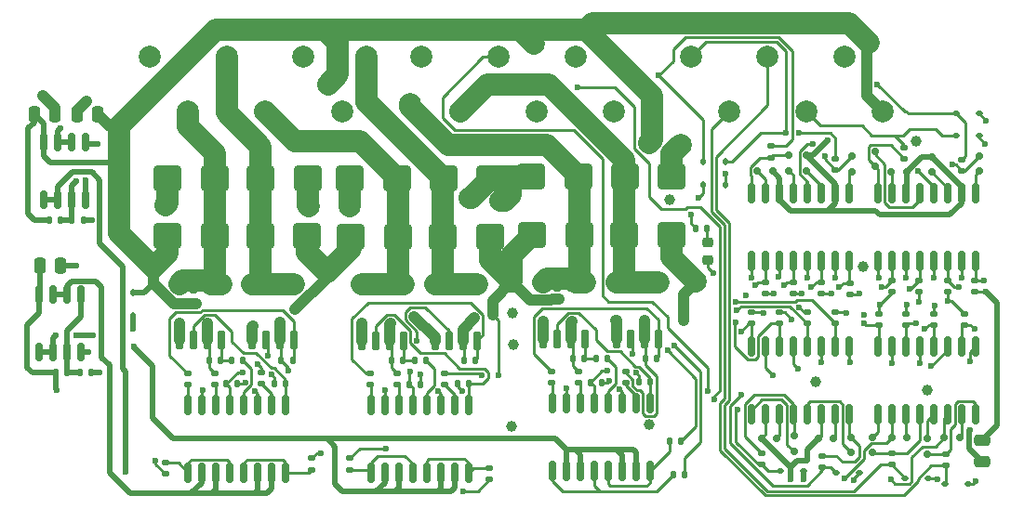
<source format=gbr>
%TF.GenerationSoftware,KiCad,Pcbnew,7.0.9-7.0.9~ubuntu22.04.1*%
%TF.CreationDate,2023-12-10T20:03:09+01:00*%
%TF.ProjectId,door_if4_usb.v2,646f6f72-5f69-4663-945f-7573622e7632,rev?*%
%TF.SameCoordinates,Original*%
%TF.FileFunction,Copper,L1,Top*%
%TF.FilePolarity,Positive*%
%FSLAX46Y46*%
G04 Gerber Fmt 4.6, Leading zero omitted, Abs format (unit mm)*
G04 Created by KiCad (PCBNEW 7.0.9-7.0.9~ubuntu22.04.1) date 2023-12-10 20:03:09*
%MOMM*%
%LPD*%
G01*
G04 APERTURE LIST*
G04 Aperture macros list*
%AMRoundRect*
0 Rectangle with rounded corners*
0 $1 Rounding radius*
0 $2 $3 $4 $5 $6 $7 $8 $9 X,Y pos of 4 corners*
0 Add a 4 corners polygon primitive as box body*
4,1,4,$2,$3,$4,$5,$6,$7,$8,$9,$2,$3,0*
0 Add four circle primitives for the rounded corners*
1,1,$1+$1,$2,$3*
1,1,$1+$1,$4,$5*
1,1,$1+$1,$6,$7*
1,1,$1+$1,$8,$9*
0 Add four rect primitives between the rounded corners*
20,1,$1+$1,$2,$3,$4,$5,0*
20,1,$1+$1,$4,$5,$6,$7,0*
20,1,$1+$1,$6,$7,$8,$9,0*
20,1,$1+$1,$8,$9,$2,$3,0*%
G04 Aperture macros list end*
%TA.AperFunction,ComponentPad*%
%ADD10C,2.000000*%
%TD*%
%TA.AperFunction,SMDPad,CuDef*%
%ADD11RoundRect,0.112500X0.187500X0.112500X-0.187500X0.112500X-0.187500X-0.112500X0.187500X-0.112500X0*%
%TD*%
%TA.AperFunction,SMDPad,CuDef*%
%ADD12RoundRect,0.150000X-0.200000X0.150000X-0.200000X-0.150000X0.200000X-0.150000X0.200000X0.150000X0*%
%TD*%
%TA.AperFunction,SMDPad,CuDef*%
%ADD13RoundRect,0.250000X-1.000000X-0.900000X1.000000X-0.900000X1.000000X0.900000X-1.000000X0.900000X0*%
%TD*%
%TA.AperFunction,SMDPad,CuDef*%
%ADD14RoundRect,0.135000X0.185000X-0.135000X0.185000X0.135000X-0.185000X0.135000X-0.185000X-0.135000X0*%
%TD*%
%TA.AperFunction,SMDPad,CuDef*%
%ADD15RoundRect,0.150000X-0.150000X-0.200000X0.150000X-0.200000X0.150000X0.200000X-0.150000X0.200000X0*%
%TD*%
%TA.AperFunction,SMDPad,CuDef*%
%ADD16RoundRect,0.135000X-0.185000X0.135000X-0.185000X-0.135000X0.185000X-0.135000X0.185000X0.135000X0*%
%TD*%
%TA.AperFunction,SMDPad,CuDef*%
%ADD17RoundRect,0.150000X0.200000X-0.150000X0.200000X0.150000X-0.200000X0.150000X-0.200000X-0.150000X0*%
%TD*%
%TA.AperFunction,SMDPad,CuDef*%
%ADD18RoundRect,0.162500X-0.162500X0.750000X-0.162500X-0.750000X0.162500X-0.750000X0.162500X0.750000X0*%
%TD*%
%TA.AperFunction,SMDPad,CuDef*%
%ADD19RoundRect,0.250000X1.000000X0.900000X-1.000000X0.900000X-1.000000X-0.900000X1.000000X-0.900000X0*%
%TD*%
%TA.AperFunction,SMDPad,CuDef*%
%ADD20RoundRect,0.135000X-0.135000X-0.185000X0.135000X-0.185000X0.135000X0.185000X-0.135000X0.185000X0*%
%TD*%
%TA.AperFunction,SMDPad,CuDef*%
%ADD21RoundRect,0.135000X0.135000X0.185000X-0.135000X0.185000X-0.135000X-0.185000X0.135000X-0.185000X0*%
%TD*%
%TA.AperFunction,SMDPad,CuDef*%
%ADD22RoundRect,0.150000X0.150000X-0.725000X0.150000X0.725000X-0.150000X0.725000X-0.150000X-0.725000X0*%
%TD*%
%TA.AperFunction,SMDPad,CuDef*%
%ADD23RoundRect,0.250000X-0.250000X-0.475000X0.250000X-0.475000X0.250000X0.475000X-0.250000X0.475000X0*%
%TD*%
%TA.AperFunction,SMDPad,CuDef*%
%ADD24RoundRect,0.218750X0.256250X-0.218750X0.256250X0.218750X-0.256250X0.218750X-0.256250X-0.218750X0*%
%TD*%
%TA.AperFunction,SMDPad,CuDef*%
%ADD25RoundRect,0.112500X0.112500X-0.187500X0.112500X0.187500X-0.112500X0.187500X-0.112500X-0.187500X0*%
%TD*%
%TA.AperFunction,SMDPad,CuDef*%
%ADD26RoundRect,0.150000X0.150000X-0.675000X0.150000X0.675000X-0.150000X0.675000X-0.150000X-0.675000X0*%
%TD*%
%TA.AperFunction,SMDPad,CuDef*%
%ADD27RoundRect,0.150000X0.150000X0.200000X-0.150000X0.200000X-0.150000X-0.200000X0.150000X-0.200000X0*%
%TD*%
%TA.AperFunction,SMDPad,CuDef*%
%ADD28RoundRect,0.162500X0.162500X-0.750000X0.162500X0.750000X-0.162500X0.750000X-0.162500X-0.750000X0*%
%TD*%
%TA.AperFunction,SMDPad,CuDef*%
%ADD29RoundRect,0.250000X-0.475000X0.250000X-0.475000X-0.250000X0.475000X-0.250000X0.475000X0.250000X0*%
%TD*%
%TA.AperFunction,SMDPad,CuDef*%
%ADD30RoundRect,0.250000X0.250000X0.475000X-0.250000X0.475000X-0.250000X-0.475000X0.250000X-0.475000X0*%
%TD*%
%TA.AperFunction,ViaPad*%
%ADD31C,2.000000*%
%TD*%
%TA.AperFunction,ViaPad*%
%ADD32C,1.000000*%
%TD*%
%TA.AperFunction,ViaPad*%
%ADD33C,0.600000*%
%TD*%
%TA.AperFunction,Conductor*%
%ADD34C,2.000000*%
%TD*%
%TA.AperFunction,Conductor*%
%ADD35C,0.250000*%
%TD*%
%TA.AperFunction,Conductor*%
%ADD36C,1.000000*%
%TD*%
%TA.AperFunction,Conductor*%
%ADD37C,0.500000*%
%TD*%
G04 APERTURE END LIST*
D10*
%TO.P,J1,1,Pin_1*%
%TO.N,+24V*%
X139000000Y-99500000D03*
%TO.P,J1,2,Pin_2*%
%TO.N,IN1*%
X135500000Y-94500000D03*
%TO.P,J1,3,Pin_3*%
%TO.N,IN2*%
X132000000Y-99500000D03*
%TO.P,J1,4,Pin_4*%
%TO.N,IN3*%
X128500000Y-94500000D03*
%TO.P,J1,5,Pin_5*%
%TO.N,IN4*%
X125000000Y-99500000D03*
%TO.P,J1,6,Pin_6*%
%TO.N,IN5*%
X121500000Y-94500000D03*
%TD*%
D11*
%TO.P,D2,1,A1*%
%TO.N,GNDA*%
X147750000Y-99600000D03*
%TO.P,D2,2,A2*%
%TO.N,IN1*%
X145650000Y-99600000D03*
%TD*%
D12*
%TO.P,D28,1,K*%
%TO.N,Net-(D28-K)*%
X136150000Y-104950000D03*
%TO.P,D28,2,A*%
%TO.N,Net-(D28-A)*%
X136150000Y-103550000D03*
%TD*%
D13*
%TO.P,D24,1,K*%
%TO.N,+24V*%
X73900000Y-110850000D03*
%TO.P,D24,2,A*%
%TO.N,OUT6*%
X78200000Y-110850000D03*
%TD*%
D14*
%TO.P,R8,1*%
%TO.N,Net-(R8-Pad1)*%
X111300000Y-124210000D03*
%TO.P,R8,2*%
%TO.N,+24V*%
X111300000Y-123190000D03*
%TD*%
D15*
%TO.P,D31,1,K*%
%TO.N,Net-(D31-K)*%
X141200000Y-129200000D03*
%TO.P,D31,2,A*%
%TO.N,VmidA*%
X139800000Y-129200000D03*
%TD*%
D14*
%TO.P,R60,1*%
%TO.N,Net-(D36-A)*%
X128800000Y-103660000D03*
%TO.P,R60,2*%
%TO.N,IN6*%
X128800000Y-102640000D03*
%TD*%
D13*
%TO.P,D7,1,K*%
%TO.N,OUT1*%
X115500000Y-105400000D03*
%TO.P,D7,2,A*%
%TO.N,GNDA*%
X119800000Y-105400000D03*
%TD*%
D16*
%TO.P,R22,1*%
%TO.N,S_OUT3*%
X90500000Y-131090000D03*
%TO.P,R22,2*%
%TO.N,Net-(R22-Pad2)*%
X90500000Y-132110000D03*
%TD*%
D17*
%TO.P,D34,1,K*%
%TO.N,Net-(D34-K)*%
X138300000Y-103100000D03*
%TO.P,D34,2,A*%
%TO.N,Net-(D34-A)*%
X138300000Y-104500000D03*
%TD*%
D18*
%TO.P,U3,1*%
%TO.N,Net-(D26-K)*%
X147445000Y-106912500D03*
%TO.P,U3,2*%
%TO.N,VmidB*%
X146175000Y-106912500D03*
%TO.P,U3,3*%
%TO.N,Net-(D30-K)*%
X144905000Y-106912500D03*
%TO.P,U3,4*%
%TO.N,Net-(D26-A)*%
X143635000Y-106912500D03*
%TO.P,U3,5*%
%TO.N,Net-(D34-K)*%
X142365000Y-106912500D03*
%TO.P,U3,6*%
%TO.N,VmidB*%
X141095000Y-106912500D03*
%TO.P,U3,7*%
%TO.N,Net-(D38-K)*%
X139825000Y-106912500D03*
%TO.P,U3,8*%
%TO.N,Net-(D34-A)*%
X138555000Y-106912500D03*
%TO.P,U3,9*%
%TO.N,GND*%
X138555000Y-113087500D03*
%TO.P,U3,10*%
%TO.N,S_IN2B*%
X139825000Y-113087500D03*
%TO.P,U3,11*%
%TO.N,GND*%
X141095000Y-113087500D03*
%TO.P,U3,12*%
%TO.N,S_IN2A*%
X142365000Y-113087500D03*
%TO.P,U3,13*%
%TO.N,GND*%
X143635000Y-113087500D03*
%TO.P,U3,14*%
%TO.N,S_IN1B*%
X144905000Y-113087500D03*
%TO.P,U3,15*%
%TO.N,GND*%
X146175000Y-113087500D03*
%TO.P,U3,16*%
%TO.N,S_IN1A*%
X147445000Y-113087500D03*
%TD*%
D14*
%TO.P,R38,1*%
%TO.N,Net-(R38-Pad1)*%
X75700000Y-124370000D03*
%TO.P,R38,2*%
%TO.N,Net-(Q5-G2)*%
X75700000Y-123350000D03*
%TD*%
D19*
%TO.P,D22,1,K*%
%TO.N,+24V*%
X86600000Y-110850000D03*
%TO.P,D22,2,A*%
%TO.N,OUT5*%
X82300000Y-110850000D03*
%TD*%
D20*
%TO.P,R21,1*%
%TO.N,Net-(U10A-+)*%
X65890000Y-123300000D03*
%TO.P,R21,2*%
%TO.N,GND*%
X66910000Y-123300000D03*
%TD*%
D19*
%TO.P,D9,1,K*%
%TO.N,OUT2*%
X111300000Y-105400000D03*
%TO.P,D9,2,A*%
%TO.N,GNDA*%
X107000000Y-105400000D03*
%TD*%
D13*
%TO.P,D16,1,K*%
%TO.N,+24V*%
X90525000Y-110875000D03*
%TO.P,D16,2,A*%
%TO.N,OUT4*%
X94825000Y-110875000D03*
%TD*%
D21*
%TO.P,R39,1*%
%TO.N,Net-(R39-Pad1)*%
X80760000Y-122150000D03*
%TO.P,R39,2*%
%TO.N,Net-(Q6-G2)*%
X79740000Y-122150000D03*
%TD*%
D14*
%TO.P,R54,1*%
%TO.N,+3V3*%
X136000000Y-116110000D03*
%TO.P,R54,2*%
%TO.N,S_IN5A*%
X136000000Y-115090000D03*
%TD*%
%TO.P,R17,1*%
%TO.N,+3V3*%
X139800000Y-115910000D03*
%TO.P,R17,2*%
%TO.N,S_IN2B*%
X139800000Y-114890000D03*
%TD*%
%TO.P,R55,1*%
%TO.N,+3V3*%
X133350000Y-116060000D03*
%TO.P,R55,2*%
%TO.N,S_IN5B*%
X133350000Y-115040000D03*
%TD*%
D22*
%TO.P,Q4,1,S1*%
%TO.N,GNDA*%
X91570000Y-120350000D03*
%TO.P,Q4,2,G1*%
%TO.N,Net-(Q4-G1)*%
X92840000Y-120350000D03*
%TO.P,Q4,3,S2*%
%TO.N,+24V*%
X94110000Y-120350000D03*
%TO.P,Q4,4,G2*%
%TO.N,Net-(Q4-G2)*%
X95380000Y-120350000D03*
%TO.P,Q4,5,D*%
%TO.N,OUT4*%
X95380000Y-115200000D03*
%TO.P,Q4,6,D*%
X94110000Y-115200000D03*
%TO.P,Q4,7,D*%
X92840000Y-115200000D03*
%TO.P,Q4,8,D*%
X91570000Y-115200000D03*
%TD*%
D14*
%TO.P,R20,1*%
%TO.N,Net-(D34-A)*%
X140950000Y-103760000D03*
%TO.P,R20,2*%
%TO.N,IN2*%
X140950000Y-102740000D03*
%TD*%
D20*
%TO.P,R5,1*%
%TO.N,Net-(U9A-+)*%
X65190000Y-109400000D03*
%TO.P,R5,2*%
%TO.N,GNDA*%
X66210000Y-109400000D03*
%TD*%
D23*
%TO.P,C3,1*%
%TO.N,+24V*%
X61750000Y-99700000D03*
%TO.P,C3,2*%
%TO.N,GNDA*%
X63650000Y-99700000D03*
%TD*%
D24*
%TO.P,D1,1,K*%
%TO.N,GND*%
X123100000Y-112987500D03*
%TO.P,D1,2,A*%
%TO.N,Net-(D1-A)*%
X123100000Y-111412500D03*
%TD*%
D21*
%TO.P,R10,1*%
%TO.N,GNDA*%
X113410000Y-124150000D03*
%TO.P,R10,2*%
%TO.N,Net-(Q1-G1)*%
X112390000Y-124150000D03*
%TD*%
D17*
%TO.P,D27,1,K*%
%TO.N,Net-(D27-K)*%
X138050000Y-129150000D03*
%TO.P,D27,2,A*%
%TO.N,Net-(D27-A)*%
X138050000Y-130550000D03*
%TD*%
D10*
%TO.P,J3,1,Pin_1*%
%TO.N,OUT2*%
X89750000Y-99500000D03*
%TO.P,J3,2,Pin_2*%
%TO.N,OUT3*%
X86250000Y-94500000D03*
%TO.P,J3,3,Pin_3*%
%TO.N,OUT4*%
X82750000Y-99500000D03*
%TO.P,J3,4,Pin_4*%
%TO.N,OUT5*%
X79250000Y-94500000D03*
%TO.P,J3,5,Pin_5*%
%TO.N,OUT6*%
X75750000Y-99500000D03*
%TO.P,J3,6,Pin_6*%
%TO.N,GNDA*%
X72250000Y-94500000D03*
%TD*%
D14*
%TO.P,R29,1*%
%TO.N,Net-(R29-Pad1)*%
X99075000Y-124335000D03*
%TO.P,R29,2*%
%TO.N,+24V*%
X99075000Y-123315000D03*
%TD*%
D16*
%TO.P,R49,1*%
%TO.N,+3V3*%
X146400000Y-117890000D03*
%TO.P,R49,2*%
%TO.N,S_IN4B*%
X146400000Y-118910000D03*
%TD*%
%TO.P,R66,1*%
%TO.N,Net-(D29-A)*%
X128000000Y-130640000D03*
%TO.P,R66,2*%
%TO.N,IN7*%
X128000000Y-131660000D03*
%TD*%
D21*
%TO.P,R4,1*%
%TO.N,S_OUT2*%
X120610000Y-129500000D03*
%TO.P,R4,2*%
%TO.N,Net-(R4-Pad2)*%
X119590000Y-129500000D03*
%TD*%
D16*
%TO.P,R52,1*%
%TO.N,Net-(D35-A)*%
X144750000Y-130730000D03*
%TO.P,R52,2*%
%TO.N,IN4*%
X144750000Y-131750000D03*
%TD*%
D22*
%TO.P,Q6,1,S1*%
%TO.N,GNDA*%
X74945000Y-120325000D03*
%TO.P,Q6,2,G1*%
%TO.N,Net-(Q6-G1)*%
X76215000Y-120325000D03*
%TO.P,Q6,3,S2*%
%TO.N,+24V*%
X77485000Y-120325000D03*
%TO.P,Q6,4,G2*%
%TO.N,Net-(Q6-G2)*%
X78755000Y-120325000D03*
%TO.P,Q6,5,D*%
%TO.N,OUT6*%
X78755000Y-115175000D03*
%TO.P,Q6,6,D*%
X77485000Y-115175000D03*
%TO.P,Q6,7,D*%
X76215000Y-115175000D03*
%TO.P,Q6,8,D*%
X74945000Y-115175000D03*
%TD*%
D16*
%TO.P,R64,1*%
%TO.N,+3V3*%
X132150000Y-117790000D03*
%TO.P,R64,2*%
%TO.N,S_IN8A*%
X132150000Y-118810000D03*
%TD*%
D21*
%TO.P,R2,1*%
%TO.N,S_OUT1*%
X120910000Y-132600000D03*
%TO.P,R2,2*%
%TO.N,Net-(R2-Pad2)*%
X119890000Y-132600000D03*
%TD*%
D14*
%TO.P,R9,1*%
%TO.N,Net-(R9-Pad1)*%
X115600000Y-124160000D03*
%TO.P,R9,2*%
%TO.N,+24V*%
X115600000Y-123140000D03*
%TD*%
D21*
%TO.P,R45,1*%
%TO.N,Net-(Q6-G2)*%
X78660000Y-122150000D03*
%TO.P,R45,2*%
%TO.N,+24V*%
X77640000Y-122150000D03*
%TD*%
%TO.P,R7,1*%
%TO.N,Net-(R7-Pad1)*%
X113910000Y-122000000D03*
%TO.P,R7,2*%
%TO.N,Net-(Q2-G2)*%
X112890000Y-122000000D03*
%TD*%
D11*
%TO.P,D10,1,A1*%
%TO.N,GNDA*%
X147750000Y-101700000D03*
%TO.P,D10,2,A2*%
%TO.N,IN2*%
X145650000Y-101700000D03*
%TD*%
D20*
%TO.P,R31,1*%
%TO.N,GNDA*%
X100265000Y-124275000D03*
%TO.P,R31,2*%
%TO.N,Net-(Q4-G1)*%
X101285000Y-124275000D03*
%TD*%
D14*
%TO.P,R56,1*%
%TO.N,+3V3*%
X130850000Y-116060000D03*
%TO.P,R56,2*%
%TO.N,S_IN6A*%
X130850000Y-115040000D03*
%TD*%
D22*
%TO.P,Q1,1,S1*%
%TO.N,GNDA*%
X114745000Y-120175000D03*
%TO.P,Q1,2,G1*%
%TO.N,Net-(Q1-G1)*%
X116015000Y-120175000D03*
%TO.P,Q1,3,S2*%
%TO.N,+24V*%
X117285000Y-120175000D03*
%TO.P,Q1,4,G2*%
%TO.N,Net-(Q1-G2)*%
X118555000Y-120175000D03*
%TO.P,Q1,5,D*%
%TO.N,OUT1*%
X118555000Y-115025000D03*
%TO.P,Q1,6,D*%
X117285000Y-115025000D03*
%TO.P,Q1,7,D*%
X116015000Y-115025000D03*
%TO.P,Q1,8,D*%
X114745000Y-115025000D03*
%TD*%
D16*
%TO.P,R47,1*%
%TO.N,+3V3*%
X141100000Y-117890000D03*
%TO.P,R47,2*%
%TO.N,S_IN3B*%
X141100000Y-118910000D03*
%TD*%
D19*
%TO.P,D25,1,K*%
%TO.N,OUT6*%
X78150000Y-105550000D03*
%TO.P,D25,2,A*%
%TO.N,GNDA*%
X73850000Y-105550000D03*
%TD*%
D21*
%TO.P,R12,1*%
%TO.N,Net-(Q1-G2)*%
X118410000Y-122000000D03*
%TO.P,R12,2*%
%TO.N,+24V*%
X117390000Y-122000000D03*
%TD*%
D22*
%TO.P,Q5,1,S1*%
%TO.N,GNDA*%
X81595000Y-120325000D03*
%TO.P,Q5,2,G1*%
%TO.N,Net-(Q5-G1)*%
X82865000Y-120325000D03*
%TO.P,Q5,3,S2*%
%TO.N,+24V*%
X84135000Y-120325000D03*
%TO.P,Q5,4,G2*%
%TO.N,Net-(Q5-G2)*%
X85405000Y-120325000D03*
%TO.P,Q5,5,D*%
%TO.N,OUT5*%
X85405000Y-115175000D03*
%TO.P,Q5,6,D*%
X84135000Y-115175000D03*
%TO.P,Q5,7,D*%
X82865000Y-115175000D03*
%TO.P,Q5,8,D*%
X81595000Y-115175000D03*
%TD*%
D17*
%TO.P,D35,1,K*%
%TO.N,Net-(D35-K)*%
X143050000Y-129300000D03*
%TO.P,D35,2,A*%
%TO.N,Net-(D35-A)*%
X143050000Y-130700000D03*
%TD*%
D20*
%TO.P,R11,1*%
%TO.N,GNDA*%
X116790000Y-124100000D03*
%TO.P,R11,2*%
%TO.N,Net-(Q2-G1)*%
X117810000Y-124100000D03*
%TD*%
D25*
%TO.P,D12,1,A1*%
%TO.N,GNDA*%
X122600000Y-106150000D03*
%TO.P,D12,2,A2*%
%TO.N,IN6*%
X122600000Y-104050000D03*
%TD*%
D15*
%TO.P,D33,1,K*%
%TO.N,Net-(D33-K)*%
X129350000Y-129250000D03*
%TO.P,D33,2,A*%
%TO.N,VmidA*%
X127950000Y-129250000D03*
%TD*%
D25*
%TO.P,D18,1,A1*%
%TO.N,GNDA*%
X70700000Y-118100000D03*
%TO.P,D18,2,A2*%
%TO.N,+24V*%
X70700000Y-116000000D03*
%TD*%
D21*
%TO.P,R13,1*%
%TO.N,Net-(Q2-G2)*%
X111810000Y-122000000D03*
%TO.P,R13,2*%
%TO.N,+24V*%
X110790000Y-122000000D03*
%TD*%
D14*
%TO.P,R18,1*%
%TO.N,Net-(D26-A)*%
X146200000Y-104860000D03*
%TO.P,R18,2*%
%TO.N,IN1*%
X146200000Y-103840000D03*
%TD*%
D18*
%TO.P,U7,1*%
%TO.N,Net-(D28-K)*%
X135945000Y-106912500D03*
%TO.P,U7,2*%
%TO.N,VmidB*%
X134675000Y-106912500D03*
%TO.P,U7,3*%
%TO.N,Net-(D32-K)*%
X133405000Y-106912500D03*
%TO.P,U7,4*%
%TO.N,Net-(D28-A)*%
X132135000Y-106912500D03*
%TO.P,U7,5*%
%TO.N,Net-(D36-K)*%
X130865000Y-106912500D03*
%TO.P,U7,6*%
%TO.N,VmidB*%
X129595000Y-106912500D03*
%TO.P,U7,7*%
%TO.N,Net-(D40-K)*%
X128325000Y-106912500D03*
%TO.P,U7,8*%
%TO.N,Net-(D36-A)*%
X127055000Y-106912500D03*
%TO.P,U7,9*%
%TO.N,GND*%
X127055000Y-113087500D03*
%TO.P,U7,10*%
%TO.N,S_IN6B*%
X128325000Y-113087500D03*
%TO.P,U7,11*%
%TO.N,GND*%
X129595000Y-113087500D03*
%TO.P,U7,12*%
%TO.N,S_IN6A*%
X130865000Y-113087500D03*
%TO.P,U7,13*%
%TO.N,GND*%
X132135000Y-113087500D03*
%TO.P,U7,14*%
%TO.N,S_IN5B*%
X133405000Y-113087500D03*
%TO.P,U7,15*%
%TO.N,GND*%
X134675000Y-113087500D03*
%TO.P,U7,16*%
%TO.N,S_IN5A*%
X135945000Y-113087500D03*
%TD*%
D21*
%TO.P,R30,1*%
%TO.N,GNDA*%
X96885000Y-124325000D03*
%TO.P,R30,2*%
%TO.N,Net-(Q3-G1)*%
X95865000Y-124325000D03*
%TD*%
D14*
%TO.P,R16,1*%
%TO.N,+3V3*%
X142300000Y-115910000D03*
%TO.P,R16,2*%
%TO.N,S_IN2A*%
X142300000Y-114890000D03*
%TD*%
D12*
%TO.P,D30,1,K*%
%TO.N,Net-(D30-K)*%
X143450000Y-105000000D03*
%TO.P,D30,2,A*%
%TO.N,VmidB*%
X143450000Y-103600000D03*
%TD*%
D15*
%TO.P,D39,1,K*%
%TO.N,Net-(D39-K)*%
X146000000Y-129200000D03*
%TO.P,D39,2,A*%
%TO.N,VmidA*%
X144600000Y-129200000D03*
%TD*%
D12*
%TO.P,D37,1,K*%
%TO.N,Net-(D37-K)*%
X136100000Y-130550000D03*
%TO.P,D37,2,A*%
%TO.N,Net-(D37-A)*%
X136100000Y-129150000D03*
%TD*%
D14*
%TO.P,R26,1*%
%TO.N,Net-(R26-Pad1)*%
X92325000Y-124395000D03*
%TO.P,R26,2*%
%TO.N,Net-(Q3-G2)*%
X92325000Y-123375000D03*
%TD*%
D21*
%TO.P,R27,1*%
%TO.N,Net-(R27-Pad1)*%
X97385000Y-122175000D03*
%TO.P,R27,2*%
%TO.N,Net-(Q4-G2)*%
X96365000Y-122175000D03*
%TD*%
D16*
%TO.P,R46,1*%
%TO.N,+3V3*%
X138600000Y-117890000D03*
%TO.P,R46,2*%
%TO.N,S_IN3A*%
X138600000Y-118910000D03*
%TD*%
D26*
%TO.P,U10,1*%
%TO.N,Vmid_3v3_A*%
X62195000Y-121425000D03*
%TO.P,U10,2,-*%
X63465000Y-121425000D03*
%TO.P,U10,3,+*%
%TO.N,Net-(U10A-+)*%
X64735000Y-121425000D03*
%TO.P,U10,4,V-*%
%TO.N,GND*%
X66005000Y-121425000D03*
%TO.P,U10,5,+*%
%TO.N,Net-(U10A-+)*%
X66005000Y-116175000D03*
%TO.P,U10,6,-*%
%TO.N,Vmid_3v3_B*%
X64735000Y-116175000D03*
%TO.P,U10,7*%
X63465000Y-116175000D03*
%TO.P,U10,8,V+*%
%TO.N,+3V3*%
X62195000Y-116175000D03*
%TD*%
D14*
%TO.P,R24,1*%
%TO.N,S_OUT4*%
X103200000Y-133010000D03*
%TO.P,R24,2*%
%TO.N,Net-(R24-Pad2)*%
X103200000Y-131990000D03*
%TD*%
D12*
%TO.P,D29,1,K*%
%TO.N,Net-(D29-K)*%
X130900000Y-130450000D03*
%TO.P,D29,2,A*%
%TO.N,Net-(D29-A)*%
X130900000Y-129050000D03*
%TD*%
D11*
%TO.P,D3,1,A1*%
%TO.N,GNDA*%
X143150000Y-132900000D03*
%TO.P,D3,2,A2*%
%TO.N,IN3*%
X141050000Y-132900000D03*
%TD*%
D14*
%TO.P,R57,1*%
%TO.N,+3V3*%
X128300000Y-116060000D03*
%TO.P,R57,2*%
%TO.N,S_IN6B*%
X128300000Y-115040000D03*
%TD*%
D16*
%TO.P,R63,1*%
%TO.N,+3V3*%
X129600000Y-117790000D03*
%TO.P,R63,2*%
%TO.N,S_IN7B*%
X129600000Y-118810000D03*
%TD*%
D13*
%TO.P,D8,1,K*%
%TO.N,+24V*%
X107050000Y-110700000D03*
%TO.P,D8,2,A*%
%TO.N,OUT2*%
X111350000Y-110700000D03*
%TD*%
%TO.P,D23,1,K*%
%TO.N,OUT5*%
X82350000Y-105550000D03*
%TO.P,D23,2,A*%
%TO.N,GNDA*%
X86650000Y-105550000D03*
%TD*%
D21*
%TO.P,R42,1*%
%TO.N,GNDA*%
X80260000Y-124300000D03*
%TO.P,R42,2*%
%TO.N,Net-(Q5-G1)*%
X79240000Y-124300000D03*
%TD*%
D19*
%TO.P,D17,1,K*%
%TO.N,OUT4*%
X94775000Y-105575000D03*
%TO.P,D17,2,A*%
%TO.N,GNDA*%
X90475000Y-105575000D03*
%TD*%
D11*
%TO.P,D5,1,A1*%
%TO.N,GNDA*%
X131750000Y-132200000D03*
%TO.P,D5,2,A2*%
%TO.N,IN7*%
X129650000Y-132200000D03*
%TD*%
D16*
%TO.P,R36,1*%
%TO.N,S_OUT6*%
X87000000Y-131090000D03*
%TO.P,R36,2*%
%TO.N,Net-(R36-Pad2)*%
X87000000Y-132110000D03*
%TD*%
D27*
%TO.P,D38,1,K*%
%TO.N,Net-(D38-K)*%
X139750000Y-104950000D03*
%TO.P,D38,2,A*%
%TO.N,VmidB*%
X141150000Y-104950000D03*
%TD*%
D12*
%TO.P,D32,1,K*%
%TO.N,Net-(D32-K)*%
X132050000Y-104850000D03*
%TO.P,D32,2,A*%
%TO.N,VmidB*%
X132050000Y-103450000D03*
%TD*%
D28*
%TO.P,U8,1*%
%TO.N,Net-(D29-K)*%
X127055000Y-127087500D03*
%TO.P,U8,2*%
%TO.N,VmidA*%
X128325000Y-127087500D03*
%TO.P,U8,3*%
%TO.N,Net-(D33-K)*%
X129595000Y-127087500D03*
%TO.P,U8,4*%
%TO.N,Net-(D29-A)*%
X130865000Y-127087500D03*
%TO.P,U8,5*%
%TO.N,Net-(D37-K)*%
X132135000Y-127087500D03*
%TO.P,U8,6*%
%TO.N,VmidA*%
X133405000Y-127087500D03*
%TO.P,U8,7*%
%TO.N,Net-(D41-K)*%
X134675000Y-127087500D03*
%TO.P,U8,8*%
%TO.N,Net-(D37-A)*%
X135945000Y-127087500D03*
%TO.P,U8,9*%
%TO.N,GND*%
X135945000Y-120912500D03*
%TO.P,U8,10*%
%TO.N,S_IN8B*%
X134675000Y-120912500D03*
%TO.P,U8,11*%
%TO.N,GND*%
X133405000Y-120912500D03*
%TO.P,U8,12*%
%TO.N,S_IN8A*%
X132135000Y-120912500D03*
%TO.P,U8,13*%
%TO.N,GND*%
X130865000Y-120912500D03*
%TO.P,U8,14*%
%TO.N,S_IN7B*%
X129595000Y-120912500D03*
%TO.P,U8,15*%
%TO.N,GND*%
X128325000Y-120912500D03*
%TO.P,U8,16*%
%TO.N,S_IN7A*%
X127055000Y-120912500D03*
%TD*%
D22*
%TO.P,Q2,1,S1*%
%TO.N,GNDA*%
X108095000Y-120175000D03*
%TO.P,Q2,2,G1*%
%TO.N,Net-(Q2-G1)*%
X109365000Y-120175000D03*
%TO.P,Q2,3,S2*%
%TO.N,+24V*%
X110635000Y-120175000D03*
%TO.P,Q2,4,G2*%
%TO.N,Net-(Q2-G2)*%
X111905000Y-120175000D03*
%TO.P,Q2,5,D*%
%TO.N,OUT2*%
X111905000Y-115025000D03*
%TO.P,Q2,6,D*%
X110635000Y-115025000D03*
%TO.P,Q2,7,D*%
X109365000Y-115025000D03*
%TO.P,Q2,8,D*%
X108095000Y-115025000D03*
%TD*%
D28*
%TO.P,U4,1*%
%TO.N,Net-(R22-Pad2)*%
X92380000Y-132412500D03*
%TO.P,U4,2*%
%TO.N,Vmid_3v3_A*%
X93650000Y-132412500D03*
%TO.P,U4,3*%
X94920000Y-132412500D03*
%TO.P,U4,4*%
%TO.N,Net-(R22-Pad2)*%
X96190000Y-132412500D03*
%TO.P,U4,5*%
%TO.N,Net-(R24-Pad2)*%
X97460000Y-132412500D03*
%TO.P,U4,6*%
%TO.N,Vmid_3v3_A*%
X98730000Y-132412500D03*
%TO.P,U4,7*%
X100000000Y-132412500D03*
%TO.P,U4,8*%
%TO.N,Net-(R24-Pad2)*%
X101270000Y-132412500D03*
%TO.P,U4,9*%
%TO.N,Net-(Q4-G1)*%
X101270000Y-126237500D03*
%TO.P,U4,10*%
%TO.N,Net-(R29-Pad1)*%
X100000000Y-126237500D03*
%TO.P,U4,11*%
%TO.N,GNDA*%
X98730000Y-126237500D03*
%TO.P,U4,12*%
%TO.N,Net-(R27-Pad1)*%
X97460000Y-126237500D03*
%TO.P,U4,13*%
%TO.N,Net-(Q3-G1)*%
X96190000Y-126237500D03*
%TO.P,U4,14*%
%TO.N,Net-(R28-Pad1)*%
X94920000Y-126237500D03*
%TO.P,U4,15*%
%TO.N,GNDA*%
X93650000Y-126237500D03*
%TO.P,U4,16*%
%TO.N,Net-(R26-Pad1)*%
X92380000Y-126237500D03*
%TD*%
D16*
%TO.P,R68,1*%
%TO.N,Net-(D37-A)*%
X133500000Y-130880000D03*
%TO.P,R68,2*%
%TO.N,IN8*%
X133500000Y-131900000D03*
%TD*%
D28*
%TO.P,U2,1*%
%TO.N,Net-(R2-Pad2)*%
X108905000Y-132237500D03*
%TO.P,U2,2*%
%TO.N,Vmid_3v3_A*%
X110175000Y-132237500D03*
%TO.P,U2,3*%
X111445000Y-132237500D03*
%TO.P,U2,4*%
%TO.N,Net-(R2-Pad2)*%
X112715000Y-132237500D03*
%TO.P,U2,5*%
%TO.N,Net-(R4-Pad2)*%
X113985000Y-132237500D03*
%TO.P,U2,6*%
%TO.N,Vmid_3v3_A*%
X115255000Y-132237500D03*
%TO.P,U2,7*%
X116525000Y-132237500D03*
%TO.P,U2,8*%
%TO.N,Net-(R4-Pad2)*%
X117795000Y-132237500D03*
%TO.P,U2,9*%
%TO.N,Net-(Q2-G1)*%
X117795000Y-126062500D03*
%TO.P,U2,10*%
%TO.N,Net-(R9-Pad1)*%
X116525000Y-126062500D03*
%TO.P,U2,11*%
%TO.N,GNDA*%
X115255000Y-126062500D03*
%TO.P,U2,12*%
%TO.N,Net-(R7-Pad1)*%
X113985000Y-126062500D03*
%TO.P,U2,13*%
%TO.N,Net-(Q1-G1)*%
X112715000Y-126062500D03*
%TO.P,U2,14*%
%TO.N,Net-(R8-Pad1)*%
X111445000Y-126062500D03*
%TO.P,U2,15*%
%TO.N,GNDA*%
X110175000Y-126062500D03*
%TO.P,U2,16*%
%TO.N,Net-(R6-Pad1)*%
X108905000Y-126062500D03*
%TD*%
D20*
%TO.P,R3,1*%
%TO.N,+24V*%
X63090000Y-109400000D03*
%TO.P,R3,2*%
%TO.N,Net-(U9A-+)*%
X64110000Y-109400000D03*
%TD*%
D19*
%TO.P,D14,1,K*%
%TO.N,+24V*%
X103225000Y-110875000D03*
%TO.P,D14,2,A*%
%TO.N,OUT3*%
X98925000Y-110875000D03*
%TD*%
D10*
%TO.P,J2,1,Pin_1*%
%TO.N,+24V*%
X114500000Y-99500000D03*
%TO.P,J2,2,Pin_2*%
%TO.N,IN6*%
X111000000Y-94500000D03*
%TO.P,J2,3,Pin_3*%
%TO.N,IN7*%
X107500000Y-99500000D03*
%TO.P,J2,4,Pin_4*%
%TO.N,IN8*%
X104000000Y-94500000D03*
%TO.P,J2,5,Pin_5*%
%TO.N,OUT1*%
X100500000Y-99500000D03*
%TO.P,J2,6,Pin_6*%
%TO.N,GNDA*%
X97000000Y-94500000D03*
%TD*%
D15*
%TO.P,D41,1,K*%
%TO.N,Net-(D41-K)*%
X134500000Y-129300000D03*
%TO.P,D41,2,A*%
%TO.N,VmidA*%
X133100000Y-129300000D03*
%TD*%
D11*
%TO.P,D13,1,A1*%
%TO.N,GNDA*%
X136850000Y-132400000D03*
%TO.P,D13,2,A2*%
%TO.N,IN8*%
X134750000Y-132400000D03*
%TD*%
D22*
%TO.P,Q3,1,S1*%
%TO.N,GNDA*%
X98220000Y-120350000D03*
%TO.P,Q3,2,G1*%
%TO.N,Net-(Q3-G1)*%
X99490000Y-120350000D03*
%TO.P,Q3,3,S2*%
%TO.N,+24V*%
X100760000Y-120350000D03*
%TO.P,Q3,4,G2*%
%TO.N,Net-(Q3-G2)*%
X102030000Y-120350000D03*
%TO.P,Q3,5,D*%
%TO.N,OUT3*%
X102030000Y-115200000D03*
%TO.P,Q3,6,D*%
X100760000Y-115200000D03*
%TO.P,Q3,7,D*%
X99490000Y-115200000D03*
%TO.P,Q3,8,D*%
X98220000Y-115200000D03*
%TD*%
D27*
%TO.P,D40,1,K*%
%TO.N,Net-(D40-K)*%
X127550000Y-104900000D03*
%TO.P,D40,2,A*%
%TO.N,VmidB*%
X128950000Y-104900000D03*
%TD*%
D14*
%TO.P,R15,1*%
%TO.N,+3V3*%
X144900000Y-115910000D03*
%TO.P,R15,2*%
%TO.N,S_IN1B*%
X144900000Y-114890000D03*
%TD*%
D13*
%TO.P,D15,1,K*%
%TO.N,OUT3*%
X98975000Y-105575000D03*
%TO.P,D15,2,A*%
%TO.N,GNDA*%
X103275000Y-105575000D03*
%TD*%
D26*
%TO.P,U9,1*%
%TO.N,VmidA*%
X62595000Y-107525000D03*
%TO.P,U9,2,-*%
X63865000Y-107525000D03*
%TO.P,U9,3,+*%
%TO.N,Net-(U9A-+)*%
X65135000Y-107525000D03*
%TO.P,U9,4,V-*%
%TO.N,GNDA*%
X66405000Y-107525000D03*
%TO.P,U9,5,+*%
%TO.N,Net-(U9A-+)*%
X66405000Y-102275000D03*
%TO.P,U9,6,-*%
%TO.N,VmidB*%
X65135000Y-102275000D03*
%TO.P,U9,7*%
X63865000Y-102275000D03*
%TO.P,U9,8,V+*%
%TO.N,+24V*%
X62595000Y-102275000D03*
%TD*%
D20*
%TO.P,R19,1*%
%TO.N,+3V3*%
X63700000Y-123300000D03*
%TO.P,R19,2*%
%TO.N,Net-(U10A-+)*%
X64720000Y-123300000D03*
%TD*%
D29*
%TO.P,C2,1*%
%TO.N,+3V3*%
X148000000Y-129450000D03*
%TO.P,C2,2*%
%TO.N,GND*%
X148000000Y-131350000D03*
%TD*%
D21*
%TO.P,R33,1*%
%TO.N,Net-(Q4-G2)*%
X95285000Y-122175000D03*
%TO.P,R33,2*%
%TO.N,+24V*%
X94265000Y-122175000D03*
%TD*%
D23*
%TO.P,C4,1*%
%TO.N,+3V3*%
X62250000Y-113500000D03*
%TO.P,C4,2*%
%TO.N,GND*%
X64150000Y-113500000D03*
%TD*%
D21*
%TO.P,R44,1*%
%TO.N,Net-(Q5-G2)*%
X85260000Y-122150000D03*
%TO.P,R44,2*%
%TO.N,+24V*%
X84240000Y-122150000D03*
%TD*%
%TO.P,R32,1*%
%TO.N,Net-(Q3-G2)*%
X101885000Y-122175000D03*
%TO.P,R32,2*%
%TO.N,+24V*%
X100865000Y-122175000D03*
%TD*%
D14*
%TO.P,R41,1*%
%TO.N,Net-(R41-Pad1)*%
X82450000Y-124310000D03*
%TO.P,R41,2*%
%TO.N,+24V*%
X82450000Y-123290000D03*
%TD*%
D16*
%TO.P,R50,1*%
%TO.N,Net-(D27-A)*%
X139800000Y-130600000D03*
%TO.P,R50,2*%
%TO.N,IN3*%
X139800000Y-131620000D03*
%TD*%
D21*
%TO.P,R1,1*%
%TO.N,Net-(D1-A)*%
X123010000Y-110100000D03*
%TO.P,R1,2*%
%TO.N,O_LED*%
X121990000Y-110100000D03*
%TD*%
D14*
%TO.P,R6,1*%
%TO.N,Net-(R6-Pad1)*%
X108850000Y-124220000D03*
%TO.P,R6,2*%
%TO.N,Net-(Q1-G2)*%
X108850000Y-123200000D03*
%TD*%
D16*
%TO.P,R48,1*%
%TO.N,+3V3*%
X143650000Y-117890000D03*
%TO.P,R48,2*%
%TO.N,S_IN4A*%
X143650000Y-118910000D03*
%TD*%
D14*
%TO.P,R14,1*%
%TO.N,+3V3*%
X147400000Y-115910000D03*
%TO.P,R14,2*%
%TO.N,S_IN1A*%
X147400000Y-114890000D03*
%TD*%
D19*
%TO.P,D6,1,K*%
%TO.N,+24V*%
X119750000Y-110700000D03*
%TO.P,D6,2,A*%
%TO.N,OUT1*%
X115450000Y-110700000D03*
%TD*%
D14*
%TO.P,R34,1*%
%TO.N,S_OUT5*%
X73700000Y-132510000D03*
%TO.P,R34,2*%
%TO.N,Net-(R34-Pad2)*%
X73700000Y-131490000D03*
%TD*%
D16*
%TO.P,R62,1*%
%TO.N,+3V3*%
X127050000Y-117790000D03*
%TO.P,R62,2*%
%TO.N,S_IN7A*%
X127050000Y-118810000D03*
%TD*%
D12*
%TO.P,D26,1,K*%
%TO.N,Net-(D26-K)*%
X147800000Y-104900000D03*
%TO.P,D26,2,A*%
%TO.N,Net-(D26-A)*%
X147800000Y-103500000D03*
%TD*%
D25*
%TO.P,D4,1,A1*%
%TO.N,GNDA*%
X124700000Y-106150000D03*
%TO.P,D4,2,A2*%
%TO.N,IN5*%
X124700000Y-104050000D03*
%TD*%
D30*
%TO.P,C1,1*%
%TO.N,+24V*%
X67550000Y-99700000D03*
%TO.P,C1,2*%
%TO.N,GNDA*%
X65650000Y-99700000D03*
%TD*%
D14*
%TO.P,R28,1*%
%TO.N,Net-(R28-Pad1)*%
X94775000Y-124385000D03*
%TO.P,R28,2*%
%TO.N,+24V*%
X94775000Y-123365000D03*
%TD*%
D16*
%TO.P,R65,1*%
%TO.N,+3V3*%
X134700000Y-117790000D03*
%TO.P,R65,2*%
%TO.N,S_IN8B*%
X134700000Y-118810000D03*
%TD*%
D14*
%TO.P,R58,1*%
%TO.N,Net-(D28-A)*%
X134700000Y-104810000D03*
%TO.P,R58,2*%
%TO.N,IN5*%
X134700000Y-103790000D03*
%TD*%
D28*
%TO.P,U6,1*%
%TO.N,Net-(D27-K)*%
X138555000Y-127087500D03*
%TO.P,U6,2*%
%TO.N,VmidA*%
X139825000Y-127087500D03*
%TO.P,U6,3*%
%TO.N,Net-(D31-K)*%
X141095000Y-127087500D03*
%TO.P,U6,4*%
%TO.N,Net-(D27-A)*%
X142365000Y-127087500D03*
%TO.P,U6,5*%
%TO.N,Net-(D35-K)*%
X143635000Y-127087500D03*
%TO.P,U6,6*%
%TO.N,VmidA*%
X144905000Y-127087500D03*
%TO.P,U6,7*%
%TO.N,Net-(D39-K)*%
X146175000Y-127087500D03*
%TO.P,U6,8*%
%TO.N,Net-(D35-A)*%
X147445000Y-127087500D03*
%TO.P,U6,9*%
%TO.N,GND*%
X147445000Y-120912500D03*
%TO.P,U6,10*%
%TO.N,S_IN4B*%
X146175000Y-120912500D03*
%TO.P,U6,11*%
%TO.N,GND*%
X144905000Y-120912500D03*
%TO.P,U6,12*%
%TO.N,S_IN4A*%
X143635000Y-120912500D03*
%TO.P,U6,13*%
%TO.N,GND*%
X142365000Y-120912500D03*
%TO.P,U6,14*%
%TO.N,S_IN3B*%
X141095000Y-120912500D03*
%TO.P,U6,15*%
%TO.N,GND*%
X139825000Y-120912500D03*
%TO.P,U6,16*%
%TO.N,S_IN3A*%
X138555000Y-120912500D03*
%TD*%
D14*
%TO.P,R40,1*%
%TO.N,Net-(R40-Pad1)*%
X78150000Y-124360000D03*
%TO.P,R40,2*%
%TO.N,+24V*%
X78150000Y-123340000D03*
%TD*%
D20*
%TO.P,R43,1*%
%TO.N,GNDA*%
X83640000Y-124250000D03*
%TO.P,R43,2*%
%TO.N,Net-(Q6-G1)*%
X84660000Y-124250000D03*
%TD*%
D11*
%TO.P,D11,1,A1*%
%TO.N,GNDA*%
X146750000Y-133400000D03*
%TO.P,D11,2,A2*%
%TO.N,IN4*%
X144650000Y-133400000D03*
%TD*%
D12*
%TO.P,D36,1,K*%
%TO.N,Net-(D36-K)*%
X130450000Y-104850000D03*
%TO.P,D36,2,A*%
%TO.N,Net-(D36-A)*%
X130450000Y-103450000D03*
%TD*%
D28*
%TO.P,U5,1*%
%TO.N,Net-(R34-Pad2)*%
X75755000Y-132387500D03*
%TO.P,U5,2*%
%TO.N,Vmid_3v3_B*%
X77025000Y-132387500D03*
%TO.P,U5,3*%
X78295000Y-132387500D03*
%TO.P,U5,4*%
%TO.N,Net-(R34-Pad2)*%
X79565000Y-132387500D03*
%TO.P,U5,5*%
%TO.N,Net-(R36-Pad2)*%
X80835000Y-132387500D03*
%TO.P,U5,6*%
%TO.N,Vmid_3v3_B*%
X82105000Y-132387500D03*
%TO.P,U5,7*%
X83375000Y-132387500D03*
%TO.P,U5,8*%
%TO.N,Net-(R36-Pad2)*%
X84645000Y-132387500D03*
%TO.P,U5,9*%
%TO.N,Net-(Q6-G1)*%
X84645000Y-126212500D03*
%TO.P,U5,10*%
%TO.N,Net-(R41-Pad1)*%
X83375000Y-126212500D03*
%TO.P,U5,11*%
%TO.N,GNDA*%
X82105000Y-126212500D03*
%TO.P,U5,12*%
%TO.N,Net-(R39-Pad1)*%
X80835000Y-126212500D03*
%TO.P,U5,13*%
%TO.N,Net-(Q5-G1)*%
X79565000Y-126212500D03*
%TO.P,U5,14*%
%TO.N,Net-(R40-Pad1)*%
X78295000Y-126212500D03*
%TO.P,U5,15*%
%TO.N,GNDA*%
X77025000Y-126212500D03*
%TO.P,U5,16*%
%TO.N,Net-(R38-Pad1)*%
X75755000Y-126212500D03*
%TD*%
D31*
%TO.N,+24V*%
X117751911Y-102368423D03*
D32*
X109495556Y-116549500D03*
D33*
X104000000Y-123500000D03*
D32*
X84150000Y-118650000D03*
X117300000Y-118500000D03*
X94175000Y-118775000D03*
X101800000Y-118300000D03*
X76500000Y-117000000D03*
X103500000Y-118000000D03*
X77550000Y-118750000D03*
D33*
X82100000Y-122500000D03*
X84900000Y-123100000D03*
D32*
X110700000Y-118600000D03*
D31*
X88400000Y-114100000D03*
X107190888Y-93263553D03*
X122000000Y-115000000D03*
X88500000Y-97000000D03*
X105200000Y-115000000D03*
D32*
X85500000Y-117500000D03*
X120875000Y-118559063D03*
D33*
X102500000Y-123500000D03*
%TO.N,GNDA*%
X147450002Y-133149998D03*
D32*
X114700000Y-118500000D03*
D33*
X80950000Y-124150000D03*
D32*
X66500000Y-98500000D03*
D33*
X110200000Y-124700000D03*
X77050000Y-124850000D03*
X98475000Y-124975000D03*
D31*
X120600000Y-102500000D03*
D33*
X81850000Y-124950000D03*
X114100000Y-124000000D03*
X131750000Y-133000000D03*
X96900000Y-123400000D03*
X124700000Y-105100000D03*
X67000000Y-109400000D03*
X66400000Y-105700000D03*
D31*
X104199998Y-107600001D03*
D32*
X62500000Y-98000000D03*
D33*
X100710500Y-124970945D03*
X83350000Y-123450000D03*
D32*
X74950000Y-118750000D03*
D33*
X70700000Y-119300000D03*
D31*
X101400000Y-107299996D03*
D33*
X148300000Y-102400000D03*
X143985507Y-132989796D03*
D32*
X81620711Y-119045711D03*
X96347655Y-118152345D03*
D33*
X115000000Y-124800000D03*
D31*
X86700000Y-108100000D03*
D33*
X136338437Y-133039740D03*
X148400000Y-100300000D03*
X116500000Y-123300000D03*
D31*
X90500000Y-108100000D03*
D33*
X93675000Y-124875000D03*
X122200000Y-107300000D03*
D32*
X91575000Y-118775000D03*
X108100000Y-118600000D03*
D31*
X73700000Y-108000000D03*
D33*
%TO.N,+3V3*%
X142300000Y-116800000D03*
X135700000Y-117800000D03*
X138700000Y-117100000D03*
X131400000Y-117300000D03*
X126500000Y-116200000D03*
X141200000Y-117100000D03*
X143700000Y-117200000D03*
X130700000Y-118400000D03*
X128100000Y-117800000D03*
X148400000Y-115900000D03*
X63800000Y-124900000D03*
X144900000Y-116700000D03*
X129100000Y-116100000D03*
X134300000Y-116100000D03*
X131596474Y-116050000D03*
D32*
X137200000Y-113600000D03*
D33*
X136900000Y-116100000D03*
%TO.N,GND*%
X141100000Y-114600000D03*
D32*
X117705288Y-128025000D03*
D33*
X131272622Y-122906237D03*
X132100000Y-114600000D03*
X134700000Y-114600000D03*
D32*
X105300000Y-117800000D03*
D33*
X143400000Y-122700000D03*
X136000000Y-122300000D03*
X133400000Y-122300000D03*
X127000000Y-114600000D03*
X146923478Y-128491242D03*
X142400000Y-122400000D03*
X146975000Y-122238955D03*
D32*
X119600000Y-107500000D03*
D33*
X146200000Y-114600000D03*
X138600000Y-114600000D03*
X67700000Y-123300000D03*
X66700000Y-121400000D03*
X128972756Y-123513468D03*
X129500000Y-114500000D03*
D32*
X142025000Y-102150000D03*
X143000000Y-124900000D03*
D33*
X65600000Y-113500000D03*
X123600000Y-114200000D03*
X139800000Y-122400000D03*
D32*
X105200000Y-128150000D03*
X105400000Y-120700000D03*
D33*
X143600000Y-114600000D03*
D32*
X132900000Y-124100000D03*
D33*
%TO.N,Net-(D26-A)*%
X145300000Y-104300000D03*
X142200000Y-104900000D03*
%TO.N,Net-(D28-A)*%
X132600000Y-102400000D03*
X133700000Y-103500000D03*
%TO.N,VmidA*%
X130600000Y-133000000D03*
X139700000Y-133000000D03*
X70100000Y-132300000D03*
X135500000Y-132900000D03*
%TO.N,VmidB*%
X64100000Y-101000000D03*
X133965314Y-102075000D03*
D31*
%TO.N,OUT2*%
X96000000Y-98800000D03*
D33*
%TO.N,Net-(U9A-+)*%
X65600000Y-105800000D03*
X67500000Y-102400000D03*
D31*
%TO.N,OUT3*%
X92000000Y-94500000D03*
D33*
%TO.N,Vmid_3v3_A*%
X65600000Y-119900000D03*
X70800000Y-120900000D03*
X63700000Y-119900000D03*
X67100000Y-119900000D03*
%TO.N,IN1*%
X138500000Y-97000000D03*
%TO.N,IN5*%
X130200000Y-101400000D03*
X131400000Y-101400000D03*
%TO.N,IN6*%
X118600000Y-96200000D03*
%TO.N,IN7*%
X123644510Y-125673832D03*
X125780000Y-126607917D03*
X111200000Y-97300000D03*
%TO.N,IN8*%
X123025000Y-124944806D03*
X126080771Y-125317668D03*
%TO.N,Net-(Q1-G1)*%
X113900000Y-123100000D03*
X116200000Y-121600000D03*
%TO.N,Net-(Q3-G1)*%
X96600000Y-120400000D03*
X96000000Y-123200000D03*
%TO.N,Net-(Q5-G1)*%
X83050000Y-121750000D03*
X80750000Y-123250000D03*
%TO.N,O_LED*%
X121500000Y-108900000D03*
%TO.N,S_IN1A*%
X148200000Y-114900000D03*
%TO.N,S_IN1B*%
X145900000Y-115500000D03*
%TO.N,S_IN2A*%
X141450000Y-115650000D03*
%TO.N,S_IN2B*%
X138900000Y-115500000D03*
%TO.N,S_IN3A*%
X137306587Y-118806587D03*
%TO.N,S_IN3B*%
X142000000Y-118800000D03*
X137300000Y-118000000D03*
%TO.N,S_IN4A*%
X142800000Y-119300000D03*
%TO.N,S_IN4B*%
X147351764Y-119296473D03*
%TO.N,S_IN5A*%
X135000000Y-115500000D03*
%TO.N,S_IN5B*%
X132500000Y-115500000D03*
%TO.N,S_IN6A*%
X130000000Y-115300000D03*
%TO.N,S_IN6B*%
X127400000Y-115300000D03*
%TO.N,S_IN7A*%
X126100000Y-119500000D03*
%TO.N,S_IN7B*%
X125600000Y-118700000D03*
%TO.N,S_IN8A*%
X125700000Y-117600000D03*
%TO.N,S_IN8B*%
X125600000Y-116800000D03*
%TO.N,S_OUT6*%
X87810454Y-130600000D03*
%TO.N,S_OUT5*%
X72800000Y-131300000D03*
%TO.N,S_OUT4*%
X100800000Y-134100000D03*
%TO.N,S_OUT3*%
X93769987Y-130225000D03*
%TO.N,S_OUT2*%
X119407326Y-121259610D03*
%TO.N,S_OUT1*%
X120000000Y-120800000D03*
%TD*%
D34*
%TO.N,+24V*%
X69500000Y-104200000D02*
X69500000Y-110600000D01*
D35*
X77640000Y-122150000D02*
X77640000Y-122830000D01*
D34*
X103225000Y-113025000D02*
X105200000Y-115000000D01*
D35*
X117125000Y-126975000D02*
X117100000Y-127000000D01*
D36*
X76500000Y-117000000D02*
X74436548Y-117000000D01*
D35*
X94110000Y-122020000D02*
X94265000Y-122175000D01*
D37*
X63090000Y-109400000D02*
X61800000Y-109400000D01*
D35*
X94265000Y-122175000D02*
X94265000Y-120505000D01*
X102315000Y-123315000D02*
X102500000Y-123500000D01*
X110790000Y-120330000D02*
X110635000Y-120175000D01*
X117390000Y-120280000D02*
X117285000Y-120175000D01*
X116868720Y-124875000D02*
X117125000Y-125131280D01*
D34*
X78300000Y-92000000D02*
X69500000Y-100800000D01*
D35*
X84900000Y-123100000D02*
X84900000Y-122810000D01*
D34*
X73900000Y-110850000D02*
X73900000Y-112400000D01*
X104500000Y-92000000D02*
X87000000Y-92000000D01*
X135925000Y-91425000D02*
X137700000Y-93200000D01*
D35*
X110790000Y-122000000D02*
X110790000Y-120330000D01*
X94265000Y-122855000D02*
X94775000Y-123365000D01*
D34*
X119750000Y-110700000D02*
X119750000Y-112750000D01*
X73900000Y-112400000D02*
X72600000Y-113700000D01*
D37*
X61200000Y-101000000D02*
X61750000Y-100450000D01*
D35*
X94265000Y-120505000D02*
X94110000Y-120350000D01*
D37*
X70700000Y-116000000D02*
X71763452Y-116000000D01*
D36*
X108778452Y-116675000D02*
X106875000Y-116675000D01*
D35*
X110790000Y-122000000D02*
X110790000Y-122680000D01*
D34*
X119750000Y-112750000D02*
X122000000Y-115000000D01*
X112575000Y-91425000D02*
X135925000Y-91425000D01*
X103225000Y-110875000D02*
X103225000Y-113025000D01*
D35*
X116245000Y-123905174D02*
X116245000Y-124520000D01*
D34*
X86600000Y-110850000D02*
X86600000Y-112300000D01*
D36*
X84135000Y-118665000D02*
X84150000Y-118650000D01*
X100760000Y-120350000D02*
X100760000Y-119340000D01*
D35*
X118400000Y-123600000D02*
X117390000Y-122590000D01*
D36*
X137500000Y-93400000D02*
X137700000Y-93200000D01*
D35*
X115600000Y-123140000D02*
X115600000Y-123260174D01*
D36*
X109495556Y-116549500D02*
X108903952Y-116549500D01*
D35*
X100760000Y-122070000D02*
X100865000Y-122175000D01*
D36*
X85500000Y-117500000D02*
X88400000Y-114600000D01*
X94110000Y-118840000D02*
X94175000Y-118775000D01*
X67550000Y-99700000D02*
X68650000Y-100800000D01*
D34*
X112000000Y-92000000D02*
X112575000Y-91425000D01*
D35*
X99075000Y-123315000D02*
X102315000Y-123315000D01*
D37*
X71763452Y-116000000D02*
X72600000Y-115163452D01*
D34*
X89400000Y-93200000D02*
X89400000Y-96100000D01*
D37*
X62595000Y-100545000D02*
X61750000Y-99700000D01*
D34*
X87000000Y-92000000D02*
X88200000Y-92000000D01*
D36*
X110635000Y-120175000D02*
X110635000Y-118665000D01*
D34*
X112000000Y-92000000D02*
X104500000Y-92000000D01*
D35*
X117390000Y-122590000D02*
X117390000Y-122000000D01*
X100865000Y-120455000D02*
X100760000Y-120350000D01*
X77640000Y-122830000D02*
X78150000Y-123340000D01*
D36*
X117285000Y-118515000D02*
X117300000Y-118500000D01*
D35*
X117100000Y-127000000D02*
X117350000Y-127250000D01*
D37*
X61200000Y-108800000D02*
X61200000Y-101000000D01*
D34*
X118000000Y-98000000D02*
X118000000Y-102120334D01*
D36*
X117285000Y-120175000D02*
X117285000Y-118515000D01*
X72600000Y-115163452D02*
X72600000Y-113700000D01*
D34*
X86600000Y-112300000D02*
X88400000Y-114100000D01*
D36*
X100760000Y-119340000D02*
X101800000Y-118300000D01*
D35*
X100865000Y-122175000D02*
X100865000Y-120455000D01*
X94265000Y-122175000D02*
X94265000Y-122855000D01*
D36*
X103500000Y-116700000D02*
X105200000Y-115000000D01*
D37*
X61800000Y-109400000D02*
X61200000Y-108800000D01*
D34*
X69500000Y-110600000D02*
X72600000Y-113700000D01*
D36*
X84135000Y-120325000D02*
X84135000Y-118665000D01*
X88400000Y-114600000D02*
X88400000Y-114100000D01*
D34*
X107190888Y-93263553D02*
X105927335Y-92000000D01*
D35*
X110790000Y-122680000D02*
X111300000Y-123190000D01*
D36*
X139000000Y-99500000D02*
X137500000Y-98000000D01*
X68650000Y-100800000D02*
X69500000Y-100800000D01*
D35*
X118150000Y-127250000D02*
X118400000Y-127000000D01*
D34*
X105200000Y-112550000D02*
X105200000Y-115000000D01*
D36*
X108903952Y-116549500D02*
X108778452Y-116675000D01*
X120875000Y-116125000D02*
X120875000Y-118559063D01*
D35*
X116600000Y-124875000D02*
X116868720Y-124875000D01*
D36*
X77485000Y-120325000D02*
X77485000Y-118815000D01*
D35*
X77485000Y-121995000D02*
X77640000Y-122150000D01*
X117350000Y-127250000D02*
X118150000Y-127250000D01*
D37*
X62595000Y-103495000D02*
X63200000Y-104100000D01*
X69400000Y-104100000D02*
X69500000Y-104200000D01*
D36*
X103500000Y-118000000D02*
X103500000Y-116700000D01*
X137500000Y-98000000D02*
X137500000Y-93400000D01*
D35*
X115600000Y-123260174D02*
X116245000Y-123905174D01*
D36*
X110635000Y-118665000D02*
X110700000Y-118600000D01*
D35*
X84135000Y-122045000D02*
X84240000Y-122150000D01*
X116245000Y-124520000D02*
X116600000Y-124875000D01*
X117390000Y-122000000D02*
X117390000Y-120280000D01*
D36*
X77485000Y-118815000D02*
X77550000Y-118750000D01*
D34*
X105927335Y-92000000D02*
X104500000Y-92000000D01*
X112000000Y-92000000D02*
X118000000Y-98000000D01*
D35*
X118400000Y-127000000D02*
X118400000Y-123600000D01*
X104000000Y-123500000D02*
X104000000Y-118500000D01*
D37*
X63200000Y-104100000D02*
X69400000Y-104100000D01*
D35*
X84240000Y-120430000D02*
X84135000Y-120325000D01*
D36*
X106875000Y-116675000D02*
X105200000Y-115000000D01*
D34*
X118000000Y-102120334D02*
X117751911Y-102368423D01*
D35*
X84900000Y-122810000D02*
X84240000Y-122150000D01*
X82450000Y-123290000D02*
X82450000Y-122850000D01*
X117285000Y-121895000D02*
X117390000Y-122000000D01*
D34*
X90525000Y-110875000D02*
X90525000Y-111975000D01*
D35*
X77640000Y-120480000D02*
X77485000Y-120325000D01*
D37*
X62595000Y-102275000D02*
X62595000Y-103495000D01*
D34*
X107050000Y-110700000D02*
X105200000Y-112550000D01*
D35*
X77640000Y-122150000D02*
X77640000Y-120480000D01*
D36*
X74436548Y-117000000D02*
X72600000Y-115163452D01*
D37*
X62595000Y-102275000D02*
X62595000Y-100545000D01*
D34*
X69500000Y-100800000D02*
X69500000Y-104200000D01*
D35*
X117125000Y-125131280D02*
X117125000Y-126975000D01*
X104000000Y-118500000D02*
X103500000Y-118000000D01*
D34*
X89400000Y-96100000D02*
X88500000Y-97000000D01*
X90525000Y-111975000D02*
X88400000Y-114100000D01*
D35*
X84240000Y-122150000D02*
X84240000Y-120430000D01*
X82450000Y-122850000D02*
X82100000Y-122500000D01*
D37*
X61750000Y-100450000D02*
X61750000Y-99700000D01*
D34*
X87000000Y-92000000D02*
X78300000Y-92000000D01*
X88200000Y-92000000D02*
X89400000Y-93200000D01*
D35*
X110635000Y-121845000D02*
X110790000Y-122000000D01*
D36*
X94110000Y-120350000D02*
X94110000Y-118840000D01*
X122000000Y-115000000D02*
X120875000Y-116125000D01*
D35*
%TO.N,GNDA*%
X82105000Y-126212500D02*
X82105000Y-125205000D01*
X147750000Y-101700000D02*
X147750000Y-101850000D01*
D36*
X98220000Y-120024690D02*
X98220000Y-120350000D01*
D35*
X122600000Y-106150000D02*
X122600000Y-106900000D01*
X93650000Y-126237500D02*
X93650000Y-124900000D01*
X147750000Y-101850000D02*
X148300000Y-102400000D01*
X96885000Y-124325000D02*
X96885000Y-123415000D01*
D34*
X119800000Y-103300000D02*
X120600000Y-102500000D01*
D36*
X65650000Y-99700000D02*
X65650000Y-99350000D01*
D35*
X83640000Y-124250000D02*
X83640000Y-123740000D01*
D37*
X131750000Y-132200000D02*
X131750000Y-133000000D01*
X66210000Y-109400000D02*
X67000000Y-109400000D01*
D35*
X96885000Y-123415000D02*
X96900000Y-123400000D01*
D34*
X90475000Y-105575000D02*
X90475000Y-108075000D01*
D35*
X100710500Y-124970945D02*
X100265000Y-124525445D01*
X77025000Y-124875000D02*
X77050000Y-124850000D01*
X77025000Y-126212500D02*
X77025000Y-124875000D01*
X116790000Y-123590000D02*
X116500000Y-123300000D01*
X115255000Y-125055000D02*
X115000000Y-124800000D01*
X110175000Y-124725000D02*
X110200000Y-124700000D01*
D34*
X101550004Y-107299996D02*
X101400000Y-107299996D01*
D35*
X98730000Y-125230000D02*
X98475000Y-124975000D01*
D37*
X70700000Y-118100000D02*
X70700000Y-119300000D01*
D35*
X83640000Y-123740000D02*
X83350000Y-123450000D01*
X116790000Y-124100000D02*
X116790000Y-123590000D01*
D37*
X66405000Y-105705000D02*
X66400000Y-105700000D01*
D36*
X114745000Y-120175000D02*
X114745000Y-118545000D01*
D34*
X104599999Y-107600001D02*
X104199998Y-107600001D01*
D35*
X143150000Y-132900000D02*
X143895711Y-132900000D01*
X80800000Y-124300000D02*
X80950000Y-124150000D01*
D36*
X91570000Y-118780000D02*
X91575000Y-118775000D01*
D37*
X66405000Y-107525000D02*
X66405000Y-105705000D01*
D35*
X124700000Y-106150000D02*
X124700000Y-105100000D01*
D34*
X105100000Y-107100000D02*
X104599999Y-107600001D01*
D36*
X65650000Y-99350000D02*
X66500000Y-98500000D01*
D34*
X86650000Y-105550000D02*
X86650000Y-108050000D01*
D36*
X81595000Y-119071422D02*
X81620711Y-119045711D01*
D35*
X113410000Y-124150000D02*
X113950000Y-124150000D01*
X113950000Y-124150000D02*
X114100000Y-124000000D01*
D34*
X103275000Y-105575000D02*
X101550004Y-107299996D01*
D35*
X147200000Y-133400000D02*
X147450002Y-133149998D01*
D36*
X63650000Y-99700000D02*
X63650000Y-99150000D01*
D34*
X107000000Y-105400000D02*
X105100000Y-105400000D01*
D35*
X146750000Y-133400000D02*
X147200000Y-133400000D01*
X136338437Y-132911563D02*
X136338437Y-133039740D01*
D34*
X86650000Y-108050000D02*
X86700000Y-108100000D01*
X90475000Y-108075000D02*
X90500000Y-108100000D01*
X103450000Y-105400000D02*
X103275000Y-105575000D01*
D36*
X114745000Y-118545000D02*
X114700000Y-118500000D01*
X74945000Y-120325000D02*
X74945000Y-118755000D01*
D35*
X122600000Y-106900000D02*
X122200000Y-107300000D01*
D36*
X108095000Y-120175000D02*
X108095000Y-118605000D01*
D35*
X82105000Y-125205000D02*
X81850000Y-124950000D01*
D34*
X119800000Y-105400000D02*
X119800000Y-103300000D01*
D36*
X108095000Y-118605000D02*
X108100000Y-118600000D01*
D34*
X73850000Y-105550000D02*
X73850000Y-107850000D01*
D36*
X96347655Y-118152345D02*
X98220000Y-120024690D01*
D35*
X98730000Y-126237500D02*
X98730000Y-125230000D01*
D34*
X105100000Y-105400000D02*
X103450000Y-105400000D01*
X73850000Y-107850000D02*
X73700000Y-108000000D01*
D35*
X80260000Y-124300000D02*
X80800000Y-124300000D01*
D36*
X91570000Y-120350000D02*
X91570000Y-118780000D01*
X74945000Y-118755000D02*
X74950000Y-118750000D01*
X81595000Y-120325000D02*
X81595000Y-119071422D01*
D34*
X105100000Y-105400000D02*
X105100000Y-107100000D01*
D35*
X136850000Y-132400000D02*
X136338437Y-132911563D01*
D36*
X63650000Y-99150000D02*
X62500000Y-98000000D01*
D35*
X100265000Y-124525445D02*
X100265000Y-124275000D01*
X93650000Y-124900000D02*
X93675000Y-124875000D01*
X115255000Y-126062500D02*
X115255000Y-125055000D01*
X147750000Y-99600000D02*
X147750000Y-99650000D01*
X147750000Y-99650000D02*
X148400000Y-100300000D01*
X143895711Y-132900000D02*
X143985507Y-132989796D01*
X110175000Y-126062500D02*
X110175000Y-124725000D01*
%TO.N,+3V3*%
X138600000Y-117200000D02*
X138700000Y-117100000D01*
D37*
X63700000Y-123300000D02*
X61600000Y-123300000D01*
D35*
X141100000Y-117890000D02*
X141100000Y-117200000D01*
D37*
X62250000Y-113500000D02*
X62250000Y-116120000D01*
X61100000Y-118900000D02*
X62195000Y-117805000D01*
X148000000Y-129450000D02*
X149400000Y-128050000D01*
D35*
X126480000Y-116180000D02*
X126500000Y-116200000D01*
D37*
X149400000Y-116900000D02*
X148400000Y-115900000D01*
D35*
X147400000Y-115910000D02*
X148390000Y-115910000D01*
X129060000Y-116060000D02*
X129100000Y-116100000D01*
X143650000Y-117890000D02*
X143650000Y-117250000D01*
X144900000Y-116700000D02*
X145210000Y-116700000D01*
D37*
X61100000Y-122800000D02*
X61100000Y-118900000D01*
D35*
X136000000Y-116110000D02*
X136890000Y-116110000D01*
X142300000Y-115910000D02*
X142300000Y-116800000D01*
X145210000Y-116700000D02*
X146400000Y-117890000D01*
X144900000Y-115910000D02*
X144900000Y-116700000D01*
X133350000Y-116060000D02*
X134260000Y-116060000D01*
X143650000Y-117250000D02*
X143700000Y-117200000D01*
D37*
X63700000Y-124800000D02*
X63800000Y-124900000D01*
D35*
X135690000Y-117790000D02*
X135700000Y-117800000D01*
X128300000Y-116060000D02*
X129060000Y-116060000D01*
D37*
X62195000Y-117805000D02*
X62195000Y-116175000D01*
D35*
X138600000Y-117890000D02*
X138600000Y-117200000D01*
D37*
X149400000Y-128050000D02*
X149400000Y-116900000D01*
D35*
X127050000Y-117790000D02*
X128090000Y-117790000D01*
X134700000Y-117790000D02*
X135690000Y-117790000D01*
X139800000Y-116000000D02*
X138700000Y-117100000D01*
X148390000Y-115910000D02*
X148400000Y-115900000D01*
X131586474Y-116060000D02*
X131596474Y-116050000D01*
X129600000Y-117790000D02*
X130090000Y-117790000D01*
X139800000Y-115910000D02*
X139800000Y-116000000D01*
D37*
X61600000Y-123300000D02*
X61100000Y-122800000D01*
D35*
X130090000Y-117790000D02*
X130700000Y-118400000D01*
X136890000Y-116110000D02*
X136900000Y-116100000D01*
X130850000Y-116060000D02*
X131586474Y-116060000D01*
X141100000Y-117200000D02*
X141200000Y-117100000D01*
D37*
X63700000Y-123300000D02*
X63700000Y-124800000D01*
D35*
X131890000Y-117790000D02*
X131400000Y-117300000D01*
X132150000Y-117790000D02*
X131890000Y-117790000D01*
X134260000Y-116060000D02*
X134300000Y-116100000D01*
D37*
X62250000Y-116120000D02*
X62195000Y-116175000D01*
D35*
X128090000Y-117790000D02*
X128100000Y-117800000D01*
D37*
%TO.N,GND*%
X148000000Y-131350000D02*
X146870000Y-130220000D01*
D35*
X127055000Y-113087500D02*
X127055000Y-114545000D01*
D37*
X66005000Y-121425000D02*
X66675000Y-121425000D01*
D35*
X144905000Y-120912500D02*
X144905000Y-121195000D01*
X141095000Y-113087500D02*
X141095000Y-114595000D01*
X139825000Y-120912500D02*
X139825000Y-122375000D01*
X129595000Y-113087500D02*
X129595000Y-114405000D01*
X127055000Y-114545000D02*
X127000000Y-114600000D01*
X133405000Y-120912500D02*
X133405000Y-122295000D01*
X143635000Y-114565000D02*
X143600000Y-114600000D01*
X130865000Y-120912500D02*
X130865000Y-122498615D01*
X128325000Y-120912500D02*
X128325000Y-122865712D01*
X134675000Y-114575000D02*
X134700000Y-114600000D01*
D37*
X66910000Y-123300000D02*
X67700000Y-123300000D01*
D35*
X147445000Y-120912500D02*
X146975000Y-121382500D01*
X132135000Y-114565000D02*
X132100000Y-114600000D01*
X135945000Y-120912500D02*
X135945000Y-122245000D01*
X138555000Y-113087500D02*
X138555000Y-114555000D01*
X128325000Y-122865712D02*
X128972756Y-123513468D01*
D37*
X66675000Y-121425000D02*
X66700000Y-121400000D01*
D35*
X146175000Y-113087500D02*
X146175000Y-114575000D01*
X129595000Y-114405000D02*
X129500000Y-114500000D01*
X130865000Y-122498615D02*
X131272622Y-122906237D01*
X142365000Y-120912500D02*
X142365000Y-122365000D01*
X144905000Y-121195000D02*
X143400000Y-122700000D01*
X141095000Y-114595000D02*
X141100000Y-114600000D01*
X142365000Y-122365000D02*
X142400000Y-122400000D01*
X123100000Y-112987500D02*
X123100000Y-113700000D01*
D37*
X64150000Y-113500000D02*
X65600000Y-113500000D01*
D35*
X135945000Y-122245000D02*
X136000000Y-122300000D01*
X133405000Y-122295000D02*
X133400000Y-122300000D01*
X143635000Y-113087500D02*
X143635000Y-114565000D01*
X138555000Y-114555000D02*
X138600000Y-114600000D01*
D37*
X146870000Y-128544720D02*
X146923478Y-128491242D01*
D35*
X139825000Y-122375000D02*
X139800000Y-122400000D01*
X134675000Y-113087500D02*
X134675000Y-114575000D01*
D37*
X146870000Y-130220000D02*
X146870000Y-128544720D01*
D35*
X132135000Y-113087500D02*
X132135000Y-114565000D01*
X146975000Y-121382500D02*
X146975000Y-122238955D01*
X123100000Y-113700000D02*
X123600000Y-114200000D01*
X146175000Y-114575000D02*
X146200000Y-114600000D01*
%TO.N,Net-(D1-A)*%
X123010000Y-110100000D02*
X123010000Y-111322500D01*
X123010000Y-111322500D02*
X123100000Y-111412500D01*
%TO.N,Net-(D26-A)*%
X143635000Y-106912500D02*
X143635000Y-106335000D01*
X143635000Y-106335000D02*
X142200000Y-104900000D01*
X146200000Y-104860000D02*
X146440000Y-104860000D01*
X145300000Y-104300000D02*
X145640000Y-104300000D01*
X146175000Y-104885000D02*
X146200000Y-104860000D01*
X145640000Y-104300000D02*
X146200000Y-104860000D01*
X146440000Y-104860000D02*
X147800000Y-103500000D01*
%TO.N,Net-(D27-A)*%
X138100000Y-130600000D02*
X138050000Y-130550000D01*
X141200000Y-130600000D02*
X142365000Y-129435000D01*
X139800000Y-130600000D02*
X141200000Y-130600000D01*
X142365000Y-129435000D02*
X142365000Y-127087500D01*
X139800000Y-130600000D02*
X138100000Y-130600000D01*
%TO.N,Net-(D28-A)*%
X132135000Y-106912500D02*
X132135000Y-105890196D01*
X131425000Y-105180196D02*
X131425000Y-103075000D01*
X133700000Y-103810000D02*
X134700000Y-104810000D01*
X132135000Y-105890196D02*
X131425000Y-105180196D01*
X134890000Y-104810000D02*
X136150000Y-103550000D01*
X133700000Y-103500000D02*
X133700000Y-103810000D01*
X134700000Y-104810000D02*
X134890000Y-104810000D01*
X132100000Y-102400000D02*
X132600000Y-102400000D01*
X131425000Y-103075000D02*
X132100000Y-102400000D01*
X134675000Y-104835000D02*
X134700000Y-104810000D01*
%TO.N,Net-(D29-A)*%
X129989999Y-125300000D02*
X130865000Y-126175001D01*
X127306778Y-125300000D02*
X129989999Y-125300000D01*
X128000000Y-130640000D02*
X126455000Y-129095000D01*
X130900000Y-129050000D02*
X130900000Y-127122500D01*
X126455000Y-129095000D02*
X126455000Y-126151778D01*
X130900000Y-127122500D02*
X130865000Y-127087500D01*
X126455000Y-126151778D02*
X127306778Y-125300000D01*
X130865000Y-126175001D02*
X130865000Y-127087500D01*
X130865000Y-129015000D02*
X130900000Y-129050000D01*
%TO.N,VmidA*%
X139825000Y-129175000D02*
X139800000Y-129200000D01*
X141625000Y-133176126D02*
X141401126Y-133400000D01*
X128325000Y-128875000D02*
X127950000Y-129250000D01*
D37*
X63865000Y-106335000D02*
X65200000Y-105000000D01*
X69800000Y-122880761D02*
X70100000Y-123180761D01*
D35*
X141401126Y-133400000D02*
X140100000Y-133400000D01*
X139800000Y-129200000D02*
X139275000Y-129725000D01*
X128000000Y-129300000D02*
X127950000Y-129250000D01*
D37*
X130600000Y-131900000D02*
X127950000Y-129250000D01*
X131200000Y-131300000D02*
X132100000Y-131300000D01*
X63865000Y-107525000D02*
X63865000Y-106335000D01*
X67000000Y-105000000D02*
X67700000Y-105700000D01*
X130600000Y-131900000D02*
X131200000Y-131300000D01*
D35*
X144600000Y-127392500D02*
X144600000Y-129200000D01*
X141625000Y-130975000D02*
X141625000Y-133176126D01*
X144600000Y-129200000D02*
X143800000Y-130000000D01*
X133405000Y-128995000D02*
X133100000Y-129300000D01*
X139825000Y-127087500D02*
X139825000Y-129175000D01*
D37*
X67700000Y-105700000D02*
X67700000Y-111500000D01*
X130600000Y-131900000D02*
X130600000Y-133000000D01*
D35*
X137919804Y-129725000D02*
X137300000Y-130344804D01*
X142600000Y-130000000D02*
X141625000Y-130975000D01*
X133405000Y-127087500D02*
X133405000Y-128995000D01*
D37*
X132100000Y-130300000D02*
X133100000Y-129300000D01*
X70100000Y-123180761D02*
X70100000Y-132300000D01*
D35*
X143800000Y-130000000D02*
X142600000Y-130000000D01*
D37*
X62595000Y-107525000D02*
X63865000Y-107525000D01*
X132100000Y-131300000D02*
X132100000Y-130300000D01*
D35*
X140100000Y-133400000D02*
X139700000Y-133000000D01*
D37*
X67700000Y-111500000D02*
X69800000Y-113600000D01*
X65200000Y-105000000D02*
X67000000Y-105000000D01*
D35*
X139275000Y-129725000D02*
X137919804Y-129725000D01*
D37*
X69800000Y-113600000D02*
X69800000Y-122880761D01*
D35*
X133405000Y-129135000D02*
X133400000Y-129140000D01*
X144905000Y-127087500D02*
X144600000Y-127392500D01*
X128325000Y-127087500D02*
X128325000Y-128875000D01*
X137300000Y-131100000D02*
X135500000Y-132900000D01*
X137300000Y-130344804D02*
X137300000Y-131100000D01*
D37*
%TO.N,VmidB*%
X132590314Y-103450000D02*
X133965314Y-102075000D01*
X63865000Y-102275000D02*
X63865000Y-101235000D01*
X133999999Y-108500000D02*
X138300000Y-108500000D01*
X128950000Y-104900000D02*
X129595000Y-105545000D01*
X143450000Y-103600000D02*
X142500000Y-103600000D01*
X145099999Y-108900000D02*
X146175000Y-107824999D01*
X133999999Y-108500000D02*
X130600000Y-108500000D01*
X146175000Y-106912500D02*
X146175000Y-106325000D01*
X142500000Y-103600000D02*
X141150000Y-104950000D01*
X130600000Y-108500000D02*
X129595000Y-107495000D01*
X63865000Y-102275000D02*
X65135000Y-102275000D01*
X134675000Y-107824999D02*
X133999999Y-108500000D01*
X134675000Y-106912500D02*
X134675000Y-107824999D01*
X146175000Y-107824999D02*
X146175000Y-106912500D01*
X138700000Y-108900000D02*
X145099999Y-108900000D01*
X134675000Y-106912500D02*
X134675000Y-106075000D01*
X138300000Y-108500000D02*
X138700000Y-108900000D01*
X63865000Y-101235000D02*
X64100000Y-101000000D01*
X141150000Y-106857500D02*
X141095000Y-106912500D01*
X134675000Y-106075000D02*
X132050000Y-103450000D01*
X146175000Y-106325000D02*
X143450000Y-103600000D01*
X141150000Y-104950000D02*
X141150000Y-106857500D01*
D35*
X141100000Y-106907500D02*
X141095000Y-106912500D01*
D37*
X129595000Y-105545000D02*
X129595000Y-106912500D01*
X132050000Y-103450000D02*
X132590314Y-103450000D01*
X129595000Y-107495000D02*
X129595000Y-106912500D01*
D35*
X132050000Y-103450000D02*
X132050000Y-103460000D01*
%TO.N,Net-(D34-A)*%
X139715000Y-102525000D02*
X140950000Y-103760000D01*
X138555000Y-106912500D02*
X138555000Y-104755000D01*
X137675000Y-102725000D02*
X137875000Y-102525000D01*
X138300000Y-104500000D02*
X137675000Y-103875000D01*
X137875000Y-102525000D02*
X139715000Y-102525000D01*
X138555000Y-104755000D02*
X138300000Y-104500000D01*
X137675000Y-103875000D02*
X137675000Y-102725000D01*
%TO.N,Net-(D35-A)*%
X143080000Y-130730000D02*
X143050000Y-130700000D01*
X145575000Y-128023222D02*
X145575000Y-126125000D01*
X145800000Y-125900000D02*
X147169999Y-125900000D01*
X145575000Y-126125000D02*
X145800000Y-125900000D01*
X147169999Y-125900000D02*
X147445000Y-126175001D01*
X145175000Y-130305000D02*
X145175000Y-128423222D01*
X147445000Y-126175001D02*
X147445000Y-127087500D01*
X144750000Y-130730000D02*
X145175000Y-130305000D01*
X145175000Y-128423222D02*
X145575000Y-128023222D01*
X144750000Y-130730000D02*
X143080000Y-130730000D01*
D34*
%TO.N,OUT1*%
X115450000Y-110700000D02*
X115450000Y-114460000D01*
X115450000Y-105450000D02*
X115500000Y-105400000D01*
X103000000Y-97000000D02*
X100500000Y-99500000D01*
X115450000Y-114460000D02*
X116015000Y-115025000D01*
X115442464Y-105342464D02*
X115442464Y-103842464D01*
X108600000Y-97000000D02*
X103000000Y-97000000D01*
X114745000Y-115025000D02*
X118555000Y-115025000D01*
X115442464Y-103842464D02*
X108600000Y-97000000D01*
X115450000Y-110700000D02*
X115450000Y-105450000D01*
X115500000Y-105400000D02*
X115442464Y-105342464D01*
%TO.N,OUT2*%
X111300000Y-105400000D02*
X108375000Y-102475000D01*
X111000000Y-115025000D02*
X111905000Y-115025000D01*
X99471878Y-102475000D02*
X96000000Y-99003122D01*
X108395000Y-114725000D02*
X110700000Y-114725000D01*
X108095000Y-115025000D02*
X108395000Y-114725000D01*
X111350000Y-105450000D02*
X111300000Y-105400000D01*
X111350000Y-110700000D02*
X111350000Y-105450000D01*
X108375000Y-102475000D02*
X99471878Y-102475000D01*
X110700000Y-114725000D02*
X111000000Y-115025000D01*
X96000000Y-99003122D02*
X96000000Y-98800000D01*
X111350000Y-114675000D02*
X111000000Y-115025000D01*
X111350000Y-110700000D02*
X111350000Y-114675000D01*
D35*
%TO.N,Net-(D36-A)*%
X129010000Y-103450000D02*
X128800000Y-103660000D01*
X126975000Y-104519804D02*
X126975000Y-105280196D01*
X127000000Y-105305196D02*
X127000000Y-106857500D01*
X126975000Y-105280196D02*
X127000000Y-105305196D01*
X130450000Y-103450000D02*
X129010000Y-103450000D01*
X128800000Y-103660000D02*
X127834804Y-103660000D01*
X127834804Y-103660000D02*
X126975000Y-104519804D01*
X127000000Y-106857500D02*
X127055000Y-106912500D01*
%TO.N,Net-(D37-A)*%
X136900000Y-129950000D02*
X136100000Y-129150000D01*
X133500000Y-130880000D02*
X134780000Y-130880000D01*
X134780000Y-130880000D02*
X135300000Y-131400000D01*
X135945000Y-128995000D02*
X136100000Y-129150000D01*
X135300000Y-131400000D02*
X136434314Y-131400000D01*
X136434314Y-131400000D02*
X136900000Y-130934314D01*
X136900000Y-130934314D02*
X136900000Y-129950000D01*
X135945000Y-127087500D02*
X135945000Y-128995000D01*
%TO.N,Net-(R2-Pad2)*%
X109855001Y-134100000D02*
X108905000Y-133149999D01*
X112715000Y-133615000D02*
X112715000Y-132237500D01*
X119890000Y-132600000D02*
X118390000Y-134100000D01*
X108905000Y-133149999D02*
X108905000Y-132237500D01*
X113200000Y-134100000D02*
X112715000Y-133615000D01*
X113200000Y-134100000D02*
X109855001Y-134100000D01*
X118390000Y-134100000D02*
X113200000Y-134100000D01*
D37*
%TO.N,Net-(U9A-+)*%
X67500000Y-102400000D02*
X66530000Y-102400000D01*
X64110000Y-109400000D02*
X65190000Y-109400000D01*
X65135000Y-109345000D02*
X65190000Y-109400000D01*
X65135000Y-107525000D02*
X65135000Y-109345000D01*
X65135000Y-106265000D02*
X65600000Y-105800000D01*
X65135000Y-107525000D02*
X65135000Y-106265000D01*
X66530000Y-102400000D02*
X66405000Y-102275000D01*
D35*
%TO.N,Net-(R4-Pad2)*%
X117795000Y-133305000D02*
X117500000Y-133600000D01*
X119590000Y-129500000D02*
X119590000Y-130442500D01*
X113985000Y-133385000D02*
X113985000Y-132237500D01*
X117500000Y-133600000D02*
X114200000Y-133600000D01*
X114200000Y-133600000D02*
X113985000Y-133385000D01*
X119590000Y-130442500D02*
X117795000Y-132237500D01*
X117795000Y-132237500D02*
X117795000Y-133305000D01*
D37*
%TO.N,Net-(U10A-+)*%
X64735000Y-121425000D02*
X64735000Y-123285000D01*
X64735000Y-121425000D02*
X64735000Y-119465000D01*
X64720000Y-123300000D02*
X65890000Y-123300000D01*
X66005000Y-118195000D02*
X66005000Y-116175000D01*
X64735000Y-119465000D02*
X66005000Y-118195000D01*
X64735000Y-123285000D02*
X64720000Y-123300000D01*
D35*
%TO.N,Net-(R22-Pad2)*%
X92980001Y-130900000D02*
X95500000Y-130900000D01*
X92077500Y-132110000D02*
X92380000Y-132412500D01*
X92380000Y-131500001D02*
X92980001Y-130900000D01*
X95500000Y-130900000D02*
X96190000Y-131590000D01*
X92380000Y-132412500D02*
X92380000Y-131500001D01*
X90500000Y-132110000D02*
X92077500Y-132110000D01*
X96190000Y-131590000D02*
X96190000Y-132412500D01*
%TO.N,Net-(R24-Pad2)*%
X101692500Y-131990000D02*
X101270000Y-132412500D01*
X101270000Y-131500001D02*
X100869999Y-131100000D01*
X101270000Y-132412500D02*
X101270000Y-131500001D01*
X97460000Y-131340000D02*
X97460000Y-132412500D01*
X97700000Y-131100000D02*
X97460000Y-131340000D01*
X103200000Y-131990000D02*
X101692500Y-131990000D01*
X100869999Y-131100000D02*
X97700000Y-131100000D01*
D34*
%TO.N,OUT3*%
X92000000Y-98600000D02*
X92000000Y-94500000D01*
X98220000Y-115200000D02*
X102030000Y-115200000D01*
X98925000Y-114635000D02*
X99490000Y-115200000D01*
X98925000Y-105625000D02*
X98975000Y-105575000D01*
X98925000Y-110875000D02*
X98925000Y-114635000D01*
X98925000Y-110875000D02*
X98925000Y-105625000D01*
X98975000Y-105575000D02*
X92000000Y-98600000D01*
%TO.N,OUT4*%
X94825000Y-105625000D02*
X94775000Y-105575000D01*
X91400000Y-102200000D02*
X85450000Y-102200000D01*
X85450000Y-102200000D02*
X82750000Y-99500000D01*
X91570000Y-115200000D02*
X94475000Y-115200000D01*
X94475000Y-115200000D02*
X95380000Y-115200000D01*
X94775000Y-105575000D02*
X91400000Y-102200000D01*
X94825000Y-110875000D02*
X94825000Y-114850000D01*
X94825000Y-110875000D02*
X94825000Y-105625000D01*
X94825000Y-114850000D02*
X94475000Y-115200000D01*
D35*
%TO.N,Net-(R34-Pad2)*%
X79289999Y-131200000D02*
X79565000Y-131475001D01*
X74857500Y-131490000D02*
X75755000Y-132387500D01*
X75755000Y-132387500D02*
X75755000Y-131475001D01*
X73700000Y-131490000D02*
X74857500Y-131490000D01*
X79565000Y-131475001D02*
X79565000Y-132387500D01*
X76030001Y-131200000D02*
X79289999Y-131200000D01*
X75755000Y-131475001D02*
X76030001Y-131200000D01*
%TO.N,Net-(R36-Pad2)*%
X80835000Y-132387500D02*
X80835000Y-131475001D01*
X84645000Y-131475001D02*
X84645000Y-132387500D01*
X86722500Y-132387500D02*
X87000000Y-132110000D01*
X81110001Y-131200000D02*
X84369999Y-131200000D01*
X84645000Y-132387500D02*
X86722500Y-132387500D01*
X80835000Y-131475001D02*
X81110001Y-131200000D01*
X84369999Y-131200000D02*
X84645000Y-131475001D01*
D37*
%TO.N,Vmid_3v3_A*%
X62195000Y-121425000D02*
X63465000Y-121425000D01*
X89800000Y-134100000D02*
X92874999Y-134100000D01*
X72500000Y-127400000D02*
X74400000Y-129300000D01*
X94600000Y-134100000D02*
X94920000Y-133780000D01*
X98500000Y-134100000D02*
X98730000Y-133870000D01*
X110175000Y-130325000D02*
X110175000Y-132237500D01*
X70800000Y-121000000D02*
X72500000Y-122700000D01*
X100000000Y-133800000D02*
X100000000Y-132412500D01*
X109200000Y-129300000D02*
X110200000Y-130300000D01*
X88400000Y-129300000D02*
X89100000Y-130000000D01*
X72500000Y-122700000D02*
X72500000Y-127400000D01*
X116525000Y-132237500D02*
X116525000Y-130525000D01*
X99700000Y-134100000D02*
X100000000Y-133800000D01*
X98730000Y-133870000D02*
X98730000Y-132412500D01*
X65600000Y-119900000D02*
X67100000Y-119900000D01*
X70800000Y-120900000D02*
X70800000Y-121000000D01*
X111000000Y-130300000D02*
X111500000Y-130800000D01*
X115255000Y-130755000D02*
X115255000Y-132237500D01*
X63465000Y-121425000D02*
X63465000Y-120135000D01*
D35*
X98700000Y-132442500D02*
X98730000Y-132412500D01*
D37*
X98500000Y-134100000D02*
X99700000Y-134100000D01*
X110200000Y-130300000D02*
X110175000Y-130325000D01*
X111000000Y-130300000D02*
X114800000Y-130300000D01*
X110200000Y-130300000D02*
X111000000Y-130300000D01*
X94600000Y-134100000D02*
X98500000Y-134100000D01*
X116525000Y-130525000D02*
X116300000Y-130300000D01*
X89100000Y-133400000D02*
X89800000Y-134100000D01*
X88400000Y-129300000D02*
X109200000Y-129300000D01*
X116300000Y-130300000D02*
X114800000Y-130300000D01*
X89100000Y-130000000D02*
X89100000Y-133400000D01*
X114800000Y-130300000D02*
X115255000Y-130755000D01*
X111500000Y-130800000D02*
X111445000Y-130855000D01*
X63465000Y-120135000D02*
X63700000Y-119900000D01*
X111445000Y-130855000D02*
X111445000Y-132237500D01*
X92874999Y-134100000D02*
X94600000Y-134100000D01*
X92874999Y-134100000D02*
X93650000Y-133324999D01*
X94920000Y-133780000D02*
X94920000Y-132412500D01*
X74400000Y-129300000D02*
X88400000Y-129300000D01*
X93650000Y-133324999D02*
X93650000Y-132412500D01*
%TO.N,Vmid_3v3_B*%
X70500000Y-134300000D02*
X76024999Y-134300000D01*
X77900000Y-134300000D02*
X78295000Y-133905000D01*
X65135001Y-114950000D02*
X67350000Y-114950000D01*
X63465000Y-116175000D02*
X64735000Y-116175000D01*
X83375000Y-133825000D02*
X83375000Y-132387500D01*
X64735000Y-116175000D02*
X64735000Y-115350001D01*
X68600000Y-132400000D02*
X70500000Y-134300000D01*
X81800000Y-134300000D02*
X82105000Y-133995000D01*
X76024999Y-134300000D02*
X77900000Y-134300000D01*
X82105000Y-133995000D02*
X82105000Y-132387500D01*
X64735000Y-115350001D02*
X65135001Y-114950000D01*
X77025000Y-133299999D02*
X77025000Y-132387500D01*
X68600000Y-122600000D02*
X68600000Y-132400000D01*
X67900000Y-121900000D02*
X68600000Y-122600000D01*
X76024999Y-134300000D02*
X77025000Y-133299999D01*
X78295000Y-133905000D02*
X78295000Y-132387500D01*
X81800000Y-134300000D02*
X82900000Y-134300000D01*
X82900000Y-134300000D02*
X83375000Y-133825000D01*
X67350000Y-114950000D02*
X67900000Y-115500000D01*
X67900000Y-115500000D02*
X67900000Y-121900000D01*
X77900000Y-134300000D02*
X81800000Y-134300000D01*
D34*
%TO.N,OUT5*%
X79250000Y-99550000D02*
X79250000Y-94500000D01*
X82300000Y-110850000D02*
X82300000Y-114610000D01*
X82300000Y-105600000D02*
X82350000Y-105550000D01*
X82350000Y-105550000D02*
X82350000Y-102650000D01*
X81595000Y-115175000D02*
X85405000Y-115175000D01*
X82300000Y-110850000D02*
X82300000Y-105600000D01*
X82350000Y-102650000D02*
X79250000Y-99550000D01*
X82300000Y-114610000D02*
X82865000Y-115175000D01*
%TO.N,OUT6*%
X78200000Y-105600000D02*
X78150000Y-105550000D01*
X78150000Y-103250000D02*
X75750000Y-100850000D01*
X78200000Y-110850000D02*
X78200000Y-105600000D01*
X78200000Y-114825000D02*
X77850000Y-115175000D01*
X74945000Y-115175000D02*
X75245000Y-114875000D01*
X77850000Y-115175000D02*
X78755000Y-115175000D01*
X78150000Y-105550000D02*
X78150000Y-103250000D01*
X75245000Y-114875000D02*
X77550000Y-114875000D01*
X78200000Y-110850000D02*
X78200000Y-114825000D01*
X75750000Y-100850000D02*
X75750000Y-99500000D01*
X77550000Y-114875000D02*
X77850000Y-115175000D01*
D35*
%TO.N,IN1*%
X146500000Y-103540000D02*
X146500000Y-100450000D01*
X141250000Y-99600000D02*
X145650000Y-99600000D01*
X141150000Y-99500000D02*
X141250000Y-99600000D01*
X146500000Y-100450000D02*
X145650000Y-99600000D01*
X141000000Y-99500000D02*
X138500000Y-97000000D01*
X146200000Y-103840000D02*
X146500000Y-103540000D01*
X141150000Y-99500000D02*
X141000000Y-99500000D01*
%TO.N,IN2*%
X144400000Y-101700000D02*
X145650000Y-101700000D01*
X138000000Y-101700000D02*
X140100000Y-101700000D01*
X141400000Y-101100000D02*
X143800000Y-101100000D01*
X140950000Y-102550000D02*
X140950000Y-102740000D01*
X143800000Y-101100000D02*
X144400000Y-101700000D01*
X140100000Y-101700000D02*
X140800000Y-101700000D01*
X140800000Y-101700000D02*
X141400000Y-101100000D01*
X133275000Y-100775000D02*
X137075000Y-100775000D01*
X137075000Y-100775000D02*
X138000000Y-101700000D01*
X140100000Y-101700000D02*
X140950000Y-102550000D01*
X132000000Y-99500000D02*
X133275000Y-100775000D01*
%TO.N,IN3*%
X128475000Y-134075000D02*
X136325000Y-134075000D01*
X139800000Y-131650000D02*
X141050000Y-132900000D01*
X125000000Y-125832753D02*
X124600000Y-126232753D01*
X123800000Y-103600000D02*
X123800000Y-108468630D01*
X139800000Y-131620000D02*
X139800000Y-131650000D01*
X124600000Y-130200000D02*
X128475000Y-134075000D01*
X138780000Y-131620000D02*
X139800000Y-131620000D01*
X125000000Y-109668630D02*
X125000000Y-125832753D01*
X128500000Y-94500000D02*
X128500000Y-98900000D01*
X123800000Y-108468630D02*
X125000000Y-109668630D01*
X128500000Y-98900000D02*
X123800000Y-103600000D01*
X136325000Y-134075000D02*
X138780000Y-131620000D01*
X124600000Y-126232753D02*
X124600000Y-130200000D01*
%TO.N,IN4*%
X124200000Y-130365686D02*
X128309313Y-134474999D01*
X140891812Y-134474999D02*
X142200000Y-133166811D01*
X144750000Y-131750000D02*
X144750000Y-133300000D01*
X124600000Y-109834315D02*
X124600000Y-125667068D01*
X142200000Y-133166811D02*
X142200000Y-132965685D01*
X128309313Y-134474999D02*
X140891812Y-134474999D01*
X123400000Y-101100000D02*
X123400000Y-108634316D01*
X125000000Y-99500000D02*
X123400000Y-101100000D01*
X142200000Y-132965685D02*
X143415685Y-131750000D01*
X143415685Y-131750000D02*
X144750000Y-131750000D01*
X124600000Y-125667068D02*
X124200000Y-126067068D01*
X124200000Y-126067068D02*
X124200000Y-130365686D01*
X123400000Y-108634316D02*
X124600000Y-109834315D01*
X144750000Y-133300000D02*
X144650000Y-133400000D01*
%TO.N,IN5*%
X130200000Y-101400000D02*
X130200000Y-94000000D01*
X131400000Y-101400000D02*
X134200000Y-101400000D01*
X122900000Y-93100000D02*
X121500000Y-94500000D01*
X127900000Y-101400000D02*
X130200000Y-101400000D01*
X124700000Y-104050000D02*
X125250000Y-104050000D01*
X130200000Y-94000000D02*
X129300000Y-93100000D01*
X129300000Y-93100000D02*
X122900000Y-93100000D01*
X134200000Y-101400000D02*
X134700000Y-101900000D01*
X134700000Y-101900000D02*
X134700000Y-103790000D01*
X125250000Y-104050000D02*
X127900000Y-101400000D01*
%TO.N,IN6*%
X119900000Y-93798438D02*
X120998438Y-92700000D01*
X130725000Y-100028123D02*
X130800000Y-100103123D01*
X130800000Y-102000000D02*
X130160000Y-102640000D01*
X122600000Y-104050000D02*
X122600000Y-100200000D01*
X130800000Y-100103123D02*
X130800000Y-102000000D01*
X118600000Y-96200000D02*
X119900000Y-94900000D01*
X130725000Y-93959314D02*
X130725000Y-100028123D01*
X130160000Y-102640000D02*
X128800000Y-102640000D01*
X120998438Y-92700000D02*
X129465686Y-92700000D01*
X129465686Y-92700000D02*
X130725000Y-93959314D01*
X119900000Y-94900000D02*
X119900000Y-93798438D01*
X122600000Y-100200000D02*
X118600000Y-96200000D01*
%TO.N,IN7*%
X114600000Y-97300000D02*
X116376911Y-99076911D01*
X116376911Y-102868076D02*
X117700000Y-104191165D01*
X116376911Y-99076911D02*
X116376911Y-102868076D01*
X124200000Y-124902945D02*
X123644510Y-125458435D01*
X129650000Y-132200000D02*
X128540000Y-132200000D01*
X118803984Y-108400000D02*
X121045405Y-108400000D01*
X117700000Y-104191165D02*
X117700000Y-107296016D01*
X122425000Y-108225000D02*
X124200000Y-110000000D01*
X123644510Y-125458435D02*
X123644510Y-125673832D01*
X125587266Y-126800651D02*
X125780000Y-126607917D01*
X117700000Y-107296016D02*
X118803984Y-108400000D01*
X128540000Y-132200000D02*
X128000000Y-131660000D01*
X127680001Y-131660000D02*
X125587266Y-129567265D01*
X128000000Y-131660000D02*
X127680001Y-131660000D01*
X121220405Y-108225000D02*
X122425000Y-108225000D01*
X124200000Y-110000000D02*
X124200000Y-124902945D01*
X125587266Y-129567265D02*
X125587266Y-126800651D01*
X121045405Y-108400000D02*
X121220405Y-108225000D01*
X111200000Y-97300000D02*
X114600000Y-97300000D01*
%TO.N,IN8*%
X113470000Y-116270000D02*
X114000000Y-116800000D01*
X113500000Y-103803124D02*
X113500000Y-108700000D01*
X125100000Y-129663568D02*
X129011432Y-133575000D01*
X102585787Y-94500000D02*
X98900000Y-98185787D01*
X118000000Y-116800000D02*
X119400000Y-118200000D01*
X119400000Y-119186827D02*
X123025000Y-122811827D01*
X119400000Y-118200000D02*
X119400000Y-119186827D01*
X113500000Y-108700000D02*
X113470000Y-108730000D01*
X114000000Y-116800000D02*
X118000000Y-116800000D01*
X98900000Y-98185787D02*
X98900000Y-100100000D01*
X132094999Y-133575000D02*
X133500000Y-132169999D01*
X133500000Y-131900000D02*
X134250000Y-131900000D01*
X100000000Y-101200000D02*
X110896876Y-101200000D01*
X134250000Y-131900000D02*
X134750000Y-132400000D01*
X123025000Y-122811827D02*
X123025000Y-124944806D01*
X104000000Y-94500000D02*
X102585787Y-94500000D01*
X113470000Y-108730000D02*
X113470000Y-116270000D01*
X126080771Y-125317668D02*
X125100000Y-126298439D01*
X133500000Y-132169999D02*
X133500000Y-131900000D01*
X98900000Y-100100000D02*
X100000000Y-101200000D01*
X110896876Y-101200000D02*
X113500000Y-103803124D01*
X125100000Y-126298439D02*
X125100000Y-129663568D01*
X129011432Y-133575000D02*
X132094999Y-133575000D01*
%TO.N,Net-(Q1-G1)*%
X112715000Y-124475000D02*
X112390000Y-124150000D01*
X113440000Y-123100000D02*
X113900000Y-123100000D01*
X116200000Y-120360000D02*
X116015000Y-120175000D01*
X112390000Y-124150000D02*
X113440000Y-123100000D01*
X116200000Y-121600000D02*
X116200000Y-120360000D01*
X112715000Y-126062500D02*
X112715000Y-124475000D01*
%TO.N,Net-(Q1-G2)*%
X109149468Y-117400000D02*
X117500000Y-117400000D01*
X118555000Y-120175000D02*
X118555000Y-121855000D01*
X109099467Y-117450001D02*
X109149468Y-117400000D01*
X118555000Y-121855000D02*
X118410000Y-122000000D01*
X107200000Y-118200000D02*
X107950000Y-117450000D01*
X118555000Y-118455000D02*
X118555000Y-120175000D01*
X107950000Y-117450000D02*
X109099467Y-117450001D01*
X108850000Y-123200000D02*
X107200000Y-121550000D01*
X117500000Y-117400000D02*
X118555000Y-118455000D01*
X107200000Y-121550000D02*
X107200000Y-118200000D01*
%TO.N,Net-(Q2-G1)*%
X117795000Y-126062500D02*
X117795000Y-124115000D01*
X112900000Y-119400000D02*
X111324999Y-117824999D01*
X110378985Y-117824999D02*
X109365000Y-118838984D01*
X117810000Y-124100000D02*
X117810000Y-123780000D01*
X117810000Y-123780000D02*
X116755000Y-122725000D01*
X109365000Y-118838984D02*
X109365000Y-120175000D01*
X117795000Y-124115000D02*
X117810000Y-124100000D01*
X116755000Y-122725000D02*
X116490686Y-122725000D01*
X112900000Y-120300000D02*
X112900000Y-119400000D01*
X113925000Y-121325000D02*
X112900000Y-120300000D01*
X111324999Y-117824999D02*
X110378985Y-117824999D01*
X115090686Y-121325000D02*
X113925000Y-121325000D01*
X116490686Y-122725000D02*
X115090686Y-121325000D01*
%TO.N,Net-(Q2-G2)*%
X111905000Y-120175000D02*
X111905000Y-121905000D01*
X111905000Y-121905000D02*
X111810000Y-122000000D01*
X111810000Y-122000000D02*
X112890000Y-122000000D01*
%TO.N,Net-(Q3-G1)*%
X95978985Y-117324999D02*
X95525000Y-117778984D01*
X99490000Y-119475000D02*
X97339999Y-117324999D01*
X97339999Y-117324999D02*
X95978985Y-117324999D01*
X95865000Y-124325000D02*
X95865000Y-123335000D01*
X96600000Y-119500000D02*
X96600000Y-120400000D01*
X96190000Y-126237500D02*
X96190000Y-124650000D01*
X96190000Y-124650000D02*
X95865000Y-124325000D01*
X95865000Y-123335000D02*
X96000000Y-123200000D01*
X95525000Y-117778984D02*
X95525000Y-118425000D01*
X99490000Y-120350000D02*
X99490000Y-119475000D01*
X95525000Y-118425000D02*
X96600000Y-119500000D01*
%TO.N,Net-(Q3-G2)*%
X102575000Y-117978984D02*
X102575000Y-119805000D01*
X102030000Y-122030000D02*
X101885000Y-122175000D01*
X90675000Y-122045000D02*
X90675000Y-118375000D01*
X92325000Y-123375000D02*
X92005000Y-123375000D01*
X102575000Y-119805000D02*
X102030000Y-120350000D01*
X102030000Y-120350000D02*
X102030000Y-122030000D01*
X92150000Y-116900000D02*
X101496016Y-116900000D01*
X101496016Y-116900000D02*
X102575000Y-117978984D01*
X92005000Y-123375000D02*
X90675000Y-122045000D01*
X90675000Y-118375000D02*
X92150000Y-116900000D01*
%TO.N,Net-(Q4-G1)*%
X94506041Y-117999999D02*
X93853985Y-117999999D01*
X92840000Y-119013984D02*
X92840000Y-120350000D01*
X103075000Y-123261827D02*
X102728173Y-122915000D01*
X100480686Y-122915000D02*
X99065686Y-121500000D01*
X101285000Y-126222500D02*
X101285000Y-124275000D01*
X101270000Y-126237500D02*
X101285000Y-126222500D01*
X96886827Y-121500000D02*
X95955000Y-120568173D01*
X99065686Y-121500000D02*
X96886827Y-121500000D01*
X93853985Y-117999999D02*
X92840000Y-119013984D01*
X95955000Y-119448958D02*
X94506041Y-117999999D01*
X103075000Y-123738173D02*
X103075000Y-123261827D01*
X102538173Y-124275000D02*
X103075000Y-123738173D01*
X101285000Y-124275000D02*
X102538173Y-124275000D01*
X102728173Y-122915000D02*
X100480686Y-122915000D01*
X95955000Y-120568173D02*
X95955000Y-119448958D01*
%TO.N,Net-(Q4-G2)*%
X95285000Y-122175000D02*
X96365000Y-122175000D01*
X95380000Y-122080000D02*
X95285000Y-122175000D01*
X95380000Y-120350000D02*
X95380000Y-122080000D01*
%TO.N,Net-(Q5-G1)*%
X83050000Y-120510000D02*
X82865000Y-120325000D01*
X79240000Y-124300000D02*
X80290000Y-123250000D01*
X79565000Y-124625000D02*
X79240000Y-124300000D01*
X83050000Y-121750000D02*
X83050000Y-120510000D01*
X79565000Y-126212500D02*
X79565000Y-124625000D01*
X80290000Y-123250000D02*
X80750000Y-123250000D01*
%TO.N,Net-(Q5-G2)*%
X77046016Y-117550000D02*
X84350000Y-117550000D01*
X74050000Y-118350000D02*
X74625000Y-117775000D01*
X85405000Y-122005000D02*
X85260000Y-122150000D01*
X75700000Y-123350000D02*
X74050000Y-121700000D01*
X74050000Y-121700000D02*
X74050000Y-118350000D01*
X85405000Y-120325000D02*
X85405000Y-122005000D01*
X76821016Y-117775000D02*
X77046016Y-117550000D01*
X84350000Y-117550000D02*
X85405000Y-118605000D01*
X74625000Y-117775000D02*
X76821016Y-117775000D01*
X85405000Y-118605000D02*
X85405000Y-120325000D01*
%TO.N,Net-(Q6-G1)*%
X84660000Y-123930000D02*
X83605000Y-122875000D01*
X83605000Y-122875000D02*
X83340686Y-122875000D01*
X84645000Y-126212500D02*
X84645000Y-124265000D01*
X77228985Y-117974999D02*
X76215000Y-118988984D01*
X84645000Y-124265000D02*
X84660000Y-124250000D01*
X80775000Y-121475000D02*
X79750000Y-120450000D01*
X81940686Y-121475000D02*
X80775000Y-121475000D01*
X83340686Y-122875000D02*
X81940686Y-121475000D01*
X76215000Y-118988984D02*
X76215000Y-120325000D01*
X79750000Y-119550000D02*
X78174999Y-117974999D01*
X78174999Y-117974999D02*
X77228985Y-117974999D01*
X84660000Y-124250000D02*
X84660000Y-123930000D01*
X79750000Y-120450000D02*
X79750000Y-119550000D01*
%TO.N,Net-(Q6-G2)*%
X78755000Y-122055000D02*
X78660000Y-122150000D01*
X78755000Y-120325000D02*
X78755000Y-122055000D01*
X78660000Y-122150000D02*
X79740000Y-122150000D01*
%TO.N,O_LED*%
X121500000Y-108900000D02*
X121500000Y-109610000D01*
X121500000Y-109610000D02*
X121990000Y-110100000D01*
%TO.N,Net-(R6-Pad1)*%
X108905000Y-124275000D02*
X108850000Y-124220000D01*
X108905000Y-126062500D02*
X108905000Y-124275000D01*
%TO.N,Net-(R7-Pad1)*%
X114675000Y-124238173D02*
X114675000Y-122765000D01*
X114675000Y-122765000D02*
X113910000Y-122000000D01*
X113985000Y-126062500D02*
X113985000Y-124928173D01*
X113985000Y-124928173D02*
X114675000Y-124238173D01*
%TO.N,Net-(R8-Pad1)*%
X111445000Y-124355000D02*
X111300000Y-124210000D01*
X111445000Y-126062500D02*
X111445000Y-124355000D01*
%TO.N,Net-(R9-Pad1)*%
X116525000Y-126062500D02*
X116525000Y-125365685D01*
X116525000Y-125365685D02*
X115600000Y-124440685D01*
X115600000Y-124440685D02*
X115600000Y-124160000D01*
%TO.N,S_IN1A*%
X147445000Y-114845000D02*
X147400000Y-114890000D01*
X147410000Y-114900000D02*
X147400000Y-114890000D01*
X148200000Y-114900000D02*
X147410000Y-114900000D01*
X147445000Y-113087500D02*
X147445000Y-114845000D01*
%TO.N,S_IN1B*%
X144905000Y-114885000D02*
X144900000Y-114890000D01*
X145900000Y-115500000D02*
X145510000Y-115500000D01*
X144905000Y-113087500D02*
X144905000Y-114885000D01*
X145510000Y-115500000D02*
X144900000Y-114890000D01*
%TO.N,S_IN2A*%
X141540000Y-115650000D02*
X141450000Y-115650000D01*
X142365000Y-113087500D02*
X142365000Y-114825000D01*
X142300000Y-114890000D02*
X141540000Y-115650000D01*
X142365000Y-114825000D02*
X142300000Y-114890000D01*
%TO.N,S_IN2B*%
X139825000Y-113087500D02*
X139825000Y-114865000D01*
X139190000Y-115500000D02*
X139800000Y-114890000D01*
X139825000Y-114865000D02*
X139800000Y-114890000D01*
X138900000Y-115500000D02*
X139190000Y-115500000D01*
%TO.N,Net-(D26-K)*%
X147445000Y-105255000D02*
X147800000Y-104900000D01*
X147445000Y-106912500D02*
X147445000Y-105255000D01*
%TO.N,Net-(D27-K)*%
X138555000Y-127087500D02*
X138555000Y-128645000D01*
X138555000Y-128645000D02*
X138050000Y-129150000D01*
%TO.N,Net-(R26-Pad1)*%
X92380000Y-126237500D02*
X92380000Y-124450000D01*
X92380000Y-124450000D02*
X92325000Y-124395000D01*
%TO.N,Net-(R27-Pad1)*%
X97460000Y-126237500D02*
X97460000Y-125103173D01*
X98150000Y-122940000D02*
X97385000Y-122175000D01*
X97460000Y-125103173D02*
X98150000Y-124413173D01*
X98150000Y-124413173D02*
X98150000Y-122940000D01*
%TO.N,Net-(R28-Pad1)*%
X94920000Y-124530000D02*
X94775000Y-124385000D01*
X94920000Y-126237500D02*
X94920000Y-124530000D01*
%TO.N,Net-(R29-Pad1)*%
X100000000Y-125260000D02*
X99075000Y-124335000D01*
X100000000Y-126237500D02*
X100000000Y-125260000D01*
%TO.N,Net-(R38-Pad1)*%
X75755000Y-124425000D02*
X75700000Y-124370000D01*
X75755000Y-126212500D02*
X75755000Y-124425000D01*
%TO.N,Net-(R39-Pad1)*%
X80835000Y-126212500D02*
X80835000Y-125078173D01*
X81525000Y-124388173D02*
X81525000Y-122915000D01*
X81525000Y-122915000D02*
X80760000Y-122150000D01*
X80835000Y-125078173D02*
X81525000Y-124388173D01*
%TO.N,Net-(R40-Pad1)*%
X78295000Y-124505000D02*
X78150000Y-124360000D01*
X78295000Y-126212500D02*
X78295000Y-124505000D01*
%TO.N,Net-(R41-Pad1)*%
X83375000Y-126212500D02*
X83375000Y-125235000D01*
X83375000Y-125235000D02*
X82450000Y-124310000D01*
%TO.N,S_IN3A*%
X138600000Y-118910000D02*
X138600000Y-120867500D01*
X137410000Y-118910000D02*
X137306587Y-118806587D01*
X138600000Y-118910000D02*
X137410000Y-118910000D01*
X138600000Y-120867500D02*
X138555000Y-120912500D01*
%TO.N,S_IN3B*%
X141100000Y-120907500D02*
X141095000Y-120912500D01*
X142000000Y-118800000D02*
X141210000Y-118800000D01*
X141210000Y-118800000D02*
X141100000Y-118910000D01*
X141100000Y-118910000D02*
X141100000Y-120907500D01*
%TO.N,S_IN4A*%
X143190000Y-118910000D02*
X142800000Y-119300000D01*
X143650000Y-118910000D02*
X143190000Y-118910000D01*
X143650000Y-120897500D02*
X143635000Y-120912500D01*
X143650000Y-118910000D02*
X143650000Y-120897500D01*
%TO.N,S_IN4B*%
X146175000Y-120912500D02*
X146175000Y-119135000D01*
X146965291Y-118910000D02*
X146400000Y-118910000D01*
X146150000Y-120887500D02*
X146175000Y-120912500D01*
X146175000Y-119135000D02*
X146400000Y-118910000D01*
X147351764Y-119296473D02*
X146965291Y-118910000D01*
%TO.N,Net-(D28-K)*%
X135945000Y-105155000D02*
X136150000Y-104950000D01*
X135945000Y-106912500D02*
X135945000Y-105155000D01*
%TO.N,Net-(D29-K)*%
X127055000Y-126695000D02*
X127055000Y-127087500D01*
X129788720Y-125750000D02*
X128000000Y-125750000D01*
X130275000Y-128075000D02*
X130250000Y-128050000D01*
X130250000Y-128050000D02*
X130250000Y-126211280D01*
X130900000Y-130450000D02*
X130275000Y-129825000D01*
X128000000Y-125750000D02*
X127055000Y-126695000D01*
X130250000Y-126211280D02*
X129788720Y-125750000D01*
X130275000Y-129825000D02*
X130275000Y-128075000D01*
%TO.N,S_IN5A*%
X136000000Y-115090000D02*
X135410000Y-115090000D01*
X135410000Y-115090000D02*
X135000000Y-115500000D01*
X135945000Y-113087500D02*
X135945000Y-115035000D01*
X135945000Y-115035000D02*
X136000000Y-115090000D01*
%TO.N,S_IN5B*%
X132960000Y-115040000D02*
X132500000Y-115500000D01*
X133405000Y-113087500D02*
X133405000Y-114985000D01*
X133405000Y-114985000D02*
X133350000Y-115040000D01*
X133350000Y-115040000D02*
X132960000Y-115040000D01*
%TO.N,S_IN6A*%
X130865000Y-115025000D02*
X130850000Y-115040000D01*
X130260000Y-115040000D02*
X130000000Y-115300000D01*
X130850000Y-115040000D02*
X130260000Y-115040000D01*
X130865000Y-113087500D02*
X130865000Y-115025000D01*
%TO.N,S_IN6B*%
X128300000Y-115040000D02*
X127660000Y-115040000D01*
X128325000Y-113087500D02*
X128325000Y-115015000D01*
X128325000Y-115015000D02*
X128300000Y-115040000D01*
X127660000Y-115040000D02*
X127400000Y-115300000D01*
%TO.N,Net-(D30-K)*%
X144900000Y-106907500D02*
X144905000Y-106912500D01*
X144905000Y-106455000D02*
X143450000Y-105000000D01*
X144905000Y-106912500D02*
X144905000Y-106455000D01*
%TO.N,S_IN7A*%
X127050000Y-118810000D02*
X126790000Y-118810000D01*
X126790000Y-118810000D02*
X126100000Y-119500000D01*
X127050000Y-118810000D02*
X127050000Y-120907500D01*
X127050000Y-120907500D02*
X127055000Y-120912500D01*
%TO.N,S_IN7B*%
X129600000Y-118810000D02*
X128826280Y-118810000D01*
X125525000Y-120925000D02*
X125525000Y-118775000D01*
X127655000Y-121843720D02*
X127398720Y-122100000D01*
X125525000Y-118775000D02*
X125600000Y-118700000D01*
X127398720Y-122100000D02*
X126700000Y-122100000D01*
X126700000Y-122100000D02*
X125525000Y-120925000D01*
X127655000Y-119981280D02*
X127655000Y-121843720D01*
X129600000Y-120907500D02*
X129595000Y-120912500D01*
X129600000Y-118810000D02*
X129600000Y-120907500D01*
X128826280Y-118810000D02*
X127655000Y-119981280D01*
%TO.N,S_IN8A*%
X126075000Y-117225000D02*
X125700000Y-117600000D01*
X132150000Y-120897500D02*
X132135000Y-120912500D01*
X130511827Y-117225000D02*
X126075000Y-117225000D01*
X132096827Y-118810000D02*
X130511827Y-117225000D01*
X132150000Y-118810000D02*
X132150000Y-120897500D01*
X132150000Y-118810000D02*
X132096827Y-118810000D01*
%TO.N,S_IN8B*%
X130986827Y-116800000D02*
X125600000Y-116800000D01*
X131161827Y-116625000D02*
X130986827Y-116800000D01*
X134700000Y-120887500D02*
X134675000Y-120912500D01*
X132515000Y-116625000D02*
X131161827Y-116625000D01*
X134700000Y-118810000D02*
X132515000Y-116625000D01*
X134700000Y-118810000D02*
X134700000Y-120887500D01*
%TO.N,Net-(D31-K)*%
X141095000Y-129095000D02*
X141200000Y-129200000D01*
X141095000Y-127087500D02*
X141095000Y-129095000D01*
%TO.N,S_OUT6*%
X87490000Y-130600000D02*
X87000000Y-131090000D01*
X87810454Y-130600000D02*
X87490000Y-130600000D01*
%TO.N,S_OUT5*%
X72800000Y-131300000D02*
X72800000Y-131610000D01*
X72800000Y-131610000D02*
X73700000Y-132510000D01*
%TO.N,S_OUT4*%
X103200000Y-133010000D02*
X102110000Y-134100000D01*
X102110000Y-134100000D02*
X100800000Y-134100000D01*
%TO.N,S_OUT3*%
X90500000Y-131090000D02*
X91365000Y-130225000D01*
X91365000Y-130225000D02*
X93769987Y-130225000D01*
%TO.N,S_OUT2*%
X120610000Y-129500000D02*
X121975000Y-128135000D01*
X121975000Y-123827284D02*
X119407326Y-121259610D01*
X121975000Y-128135000D02*
X121975000Y-123827284D01*
%TO.N,S_OUT1*%
X120000000Y-120800000D02*
X122375000Y-123175000D01*
X122375000Y-123175000D02*
X122375000Y-129588693D01*
X122375000Y-129588693D02*
X120910000Y-131053693D01*
X120910000Y-131053693D02*
X120910000Y-132600000D01*
%TO.N,Net-(D32-K)*%
X133405000Y-106205000D02*
X132050000Y-104850000D01*
X133405000Y-106912500D02*
X133405000Y-106205000D01*
%TO.N,Net-(D33-K)*%
X129595000Y-127087500D02*
X129595000Y-129005000D01*
X129595000Y-129005000D02*
X129350000Y-129250000D01*
%TO.N,Net-(D34-K)*%
X139155000Y-107773720D02*
X139581280Y-108200000D01*
X138300000Y-103400000D02*
X139155000Y-104255000D01*
X138300000Y-103100000D02*
X138300000Y-103400000D01*
X141650000Y-108200000D02*
X142365000Y-107485000D01*
X139581280Y-108200000D02*
X141650000Y-108200000D01*
X142365000Y-107485000D02*
X142365000Y-106912500D01*
X139155000Y-104255000D02*
X139155000Y-107773720D01*
%TO.N,Net-(D35-K)*%
X143635000Y-127087500D02*
X143050000Y-127672500D01*
X143050000Y-127672500D02*
X143050000Y-129300000D01*
%TO.N,Net-(D36-K)*%
X130865000Y-105265000D02*
X130450000Y-104850000D01*
X130865000Y-106912500D02*
X130865000Y-105265000D01*
%TO.N,Net-(D37-K)*%
X135050000Y-125900000D02*
X132410000Y-125900000D01*
X135345000Y-129795000D02*
X135345000Y-126195000D01*
X132135000Y-126175000D02*
X132135000Y-127087500D01*
X135345000Y-126195000D02*
X135050000Y-125900000D01*
X136100000Y-130550000D02*
X135345000Y-129795000D01*
X132410000Y-125900000D02*
X132135000Y-126175000D01*
%TO.N,Net-(D38-K)*%
X139825000Y-105025000D02*
X139750000Y-104950000D01*
X139825000Y-106912500D02*
X139825000Y-105025000D01*
%TO.N,Net-(D39-K)*%
X146175000Y-129025000D02*
X146000000Y-129200000D01*
X146175000Y-127087500D02*
X146175000Y-129025000D01*
%TO.N,Net-(D40-K)*%
X128325000Y-106912500D02*
X128325000Y-105675000D01*
X128325000Y-105675000D02*
X127550000Y-104900000D01*
%TO.N,Net-(D41-K)*%
X134675000Y-129125000D02*
X134500000Y-129300000D01*
X134675000Y-129115000D02*
X134650000Y-129140000D01*
X134675000Y-127087500D02*
X134675000Y-129125000D01*
%TD*%
M02*

</source>
